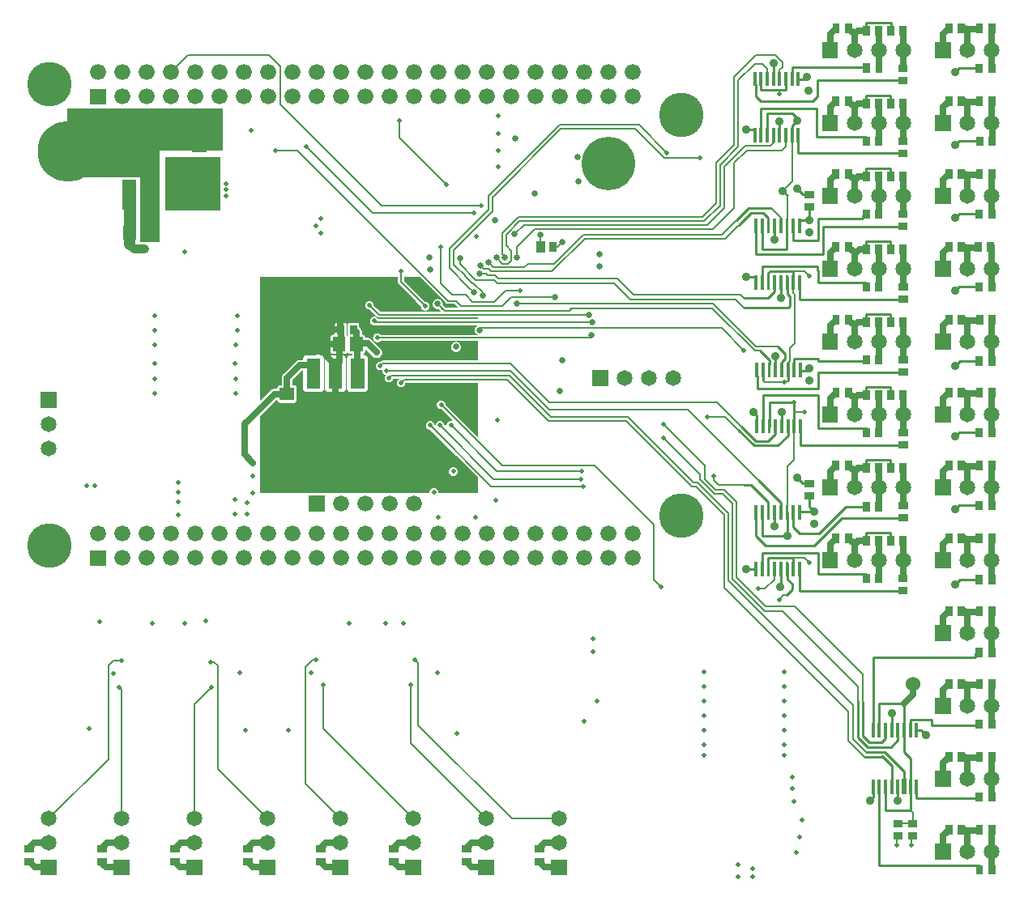
<source format=gbr>
G04 start of page 5 for group 3 idx 3 *
G04 Title: 971 BBB Cape, bottom *
G04 Creator: pcb 20110918 *
G04 CreationDate: Sun Jan 19 01:17:08 2014 UTC *
G04 For: brians *
G04 Format: Gerber/RS-274X *
G04 PCB-Dimensions: 500000 400000 *
G04 PCB-Coordinate-Origin: lower left *
%MOIN*%
%FSLAX25Y25*%
%LNBOTTOM*%
%ADD263C,0.0460*%
%ADD262C,0.2000*%
%ADD261C,0.1285*%
%ADD260C,0.0400*%
%ADD259C,0.0350*%
%ADD258C,0.0600*%
%ADD257C,0.0360*%
%ADD256C,0.0200*%
%ADD255R,0.0345X0.0345*%
%ADD254R,0.1220X0.1220*%
%ADD253R,0.0560X0.0560*%
%ADD252R,0.0512X0.0512*%
%ADD251R,0.0180X0.0180*%
%ADD250R,0.0295X0.0295*%
%ADD249R,0.0130X0.0130*%
%ADD248C,0.2500*%
%ADD247C,0.0660*%
%ADD246C,0.2200*%
%ADD245C,0.1830*%
%ADD244C,0.0650*%
%ADD243C,0.0480*%
%ADD242C,0.0380*%
%ADD241C,0.0500*%
%ADD240C,0.0250*%
%ADD239C,0.0080*%
%ADD238C,0.0100*%
%ADD237C,0.0001*%
G54D237*G36*
X122941Y305000D02*Y331500D01*
X92941D01*
Y360000D01*
X156941D01*
Y342500D01*
X130941D01*
Y305000D01*
X122941D01*
G37*
G36*
X133441Y318000D02*Y340000D01*
X155941D01*
Y318000D01*
X133441D01*
G37*
G36*
X218441Y217500D02*X177941D01*
Y238500D01*
X218441D01*
Y217500D01*
G37*
G36*
X207941Y215000D02*X212441D01*
Y210000D01*
X207941D01*
Y215000D01*
G37*
G36*
X201441Y240000D02*X205941D01*
Y235000D01*
X201441D01*
Y240000D01*
G37*
G36*
X191441Y239500D02*X195941D01*
Y234500D01*
X191441D01*
Y239500D01*
G37*
G36*
X174941Y230500D02*X179441D01*
Y225500D01*
X174941D01*
Y230500D01*
G37*
G36*
Y220000D02*X179441D01*
Y215000D01*
X174941D01*
Y220000D01*
G37*
G36*
X182941D02*X187441D01*
Y215000D01*
X182941D01*
Y220000D01*
G37*
G36*
X191441Y215000D02*X195941D01*
Y210000D01*
X191441D01*
Y215000D01*
G37*
G36*
X199941D02*X204441D01*
Y210000D01*
X199941D01*
Y215000D01*
G37*
G36*
X179441Y261000D02*X183941D01*
Y256000D01*
X179441D01*
Y261000D01*
G37*
G36*
X217941Y217500D02*X222441D01*
Y212500D01*
X217941D01*
Y217500D01*
G37*
G36*
X222441Y223000D02*X226941D01*
Y218000D01*
X222441D01*
Y223000D01*
G37*
G36*
X222941Y229000D02*X227441D01*
Y224000D01*
X222941D01*
Y229000D01*
G37*
G36*
X222441Y238000D02*X226941D01*
Y233000D01*
X222441D01*
Y238000D01*
G37*
G36*
X221941Y246500D02*X226441D01*
Y241500D01*
X221941D01*
Y246500D01*
G37*
G36*
X222441Y238000D02*X226941D01*
Y233000D01*
X222441D01*
Y238000D01*
G37*
G36*
X233941D02*X238441D01*
Y233000D01*
X233941D01*
Y238000D01*
G37*
G36*
X237001Y264297D02*X241501D01*
Y259297D01*
X237001D01*
Y264297D01*
G37*
G36*
X195941Y265000D02*X200441D01*
Y260000D01*
X195941D01*
Y265000D01*
G37*
G36*
Y272000D02*X200441D01*
Y267000D01*
X195941D01*
Y272000D01*
G37*
G36*
X202941Y279500D02*X207441D01*
Y274500D01*
X202941D01*
Y279500D01*
G37*
G36*
X210441Y240500D02*X214941D01*
Y235500D01*
X210441D01*
Y240500D01*
G37*
G36*
X253098Y217146D02*X261941Y208303D01*
Y201500D01*
X253098D01*
Y209121D01*
X253218Y209223D01*
X253402Y209439D01*
X253550Y209680D01*
X253658Y209942D01*
X253724Y210218D01*
X253741Y210500D01*
X253724Y210782D01*
X253658Y211058D01*
X253550Y211320D01*
X253402Y211561D01*
X253218Y211777D01*
X253098Y211879D01*
Y217146D01*
G37*
G36*
Y247050D02*X261941D01*
Y224806D01*
X253098Y233649D01*
Y247050D01*
G37*
G36*
Y264380D02*X261941D01*
Y256200D01*
X253098D01*
Y259780D01*
X253101Y259780D01*
X253423Y259805D01*
X253736Y259880D01*
X254035Y260004D01*
X254310Y260172D01*
X254555Y260382D01*
X254765Y260627D01*
X254933Y260902D01*
X255057Y261201D01*
X255132Y261514D01*
X255151Y261836D01*
X255132Y262158D01*
X255057Y262471D01*
X254933Y262770D01*
X254765Y263045D01*
X254555Y263290D01*
X254310Y263500D01*
X254035Y263668D01*
X253736Y263792D01*
X253423Y263867D01*
X253101Y263892D01*
X253098Y263892D01*
Y264380D01*
G37*
G36*
Y270771D02*X261941D01*
Y270656D01*
X261816Y270604D01*
X261541Y270436D01*
X261296Y270226D01*
X261086Y269981D01*
X260918Y269706D01*
X260794Y269407D01*
X260719Y269094D01*
X260694Y268772D01*
X260719Y268450D01*
X260794Y268137D01*
X260918Y267838D01*
X261086Y267563D01*
X261296Y267318D01*
X261541Y267108D01*
X261816Y266940D01*
X261941Y266888D01*
Y266780D01*
X253098D01*
Y270771D01*
G37*
G36*
Y273875D02*X261941D01*
Y273171D01*
X253098D01*
Y273875D01*
G37*
G36*
Y279016D02*X254239Y277875D01*
X253098D01*
Y279016D01*
G37*
G36*
X239299Y247050D02*X253098D01*
Y233649D01*
X248741Y238006D01*
X248724Y238282D01*
X248658Y238558D01*
X248550Y238820D01*
X248402Y239061D01*
X248218Y239277D01*
X248002Y239461D01*
X247761Y239609D01*
X247499Y239717D01*
X247223Y239783D01*
X246941Y239806D01*
X246659Y239783D01*
X246383Y239717D01*
X246121Y239609D01*
X245880Y239461D01*
X245664Y239277D01*
X245480Y239061D01*
X245332Y238820D01*
X245224Y238558D01*
X245158Y238282D01*
X245135Y238000D01*
X245158Y237718D01*
X245224Y237442D01*
X245332Y237180D01*
X245480Y236939D01*
X245664Y236723D01*
X245880Y236539D01*
X246121Y236391D01*
X246383Y236283D01*
X246659Y236217D01*
X246941Y236194D01*
X247143Y236210D01*
X251647Y231706D01*
X251224Y231283D01*
X251223Y231283D01*
X250941Y231306D01*
X250659Y231283D01*
X250383Y231217D01*
X250121Y231109D01*
X249880Y230961D01*
X249664Y230777D01*
X249480Y230561D01*
X249332Y230320D01*
X249224Y230058D01*
X249158Y229782D01*
X249135Y229500D01*
X248241D01*
X248224Y229782D01*
X248158Y230058D01*
X248050Y230320D01*
X247902Y230561D01*
X247718Y230777D01*
X247502Y230961D01*
X247261Y231109D01*
X246999Y231217D01*
X246723Y231283D01*
X246441Y231306D01*
X246159Y231283D01*
X245883Y231217D01*
X245621Y231109D01*
X245380Y230961D01*
X245164Y230777D01*
X244980Y230561D01*
X244832Y230320D01*
X244724Y230058D01*
X244658Y229782D01*
X244635Y229500D01*
X244241D01*
X244224Y229782D01*
X244158Y230058D01*
X244050Y230320D01*
X243902Y230561D01*
X243718Y230777D01*
X243502Y230961D01*
X243261Y231109D01*
X242999Y231217D01*
X242723Y231283D01*
X242441Y231306D01*
X242159Y231283D01*
X241883Y231217D01*
X241621Y231109D01*
X241380Y230961D01*
X241164Y230777D01*
X240980Y230561D01*
X240832Y230320D01*
X240724Y230058D01*
X240658Y229782D01*
X240635Y229500D01*
X240658Y229218D01*
X240724Y228942D01*
X240832Y228680D01*
X240980Y228439D01*
X241164Y228223D01*
X241380Y228039D01*
X241621Y227891D01*
X241883Y227783D01*
X242159Y227717D01*
X242441Y227694D01*
X242542Y227702D01*
X253098Y217146D01*
Y211879D01*
X253002Y211961D01*
X252761Y212109D01*
X252499Y212217D01*
X252223Y212283D01*
X251941Y212306D01*
X251659Y212283D01*
X251383Y212217D01*
X251121Y212109D01*
X250880Y211961D01*
X250664Y211777D01*
X250480Y211561D01*
X250332Y211320D01*
X250224Y211058D01*
X250158Y210782D01*
X250135Y210500D01*
X250158Y210218D01*
X250224Y209942D01*
X250332Y209680D01*
X250480Y209439D01*
X250664Y209223D01*
X250880Y209039D01*
X251121Y208891D01*
X251383Y208783D01*
X251659Y208717D01*
X251941Y208694D01*
X252223Y208717D01*
X252499Y208783D01*
X252761Y208891D01*
X253002Y209039D01*
X253098Y209121D01*
Y201500D01*
X245672D01*
X245724Y201718D01*
X245741Y202000D01*
X245724Y202282D01*
X245658Y202558D01*
X245550Y202820D01*
X245402Y203061D01*
X245218Y203277D01*
X245002Y203461D01*
X244761Y203609D01*
X244499Y203717D01*
X244223Y203783D01*
X243941Y203806D01*
X243659Y203783D01*
X243383Y203717D01*
X243121Y203609D01*
X242880Y203461D01*
X242664Y203277D01*
X242480Y203061D01*
X242332Y202820D01*
X242224Y202558D01*
X242158Y202282D01*
X242135Y202000D01*
X242158Y201718D01*
X242210Y201500D01*
X239299D01*
Y247050D01*
G37*
G36*
Y264380D02*X253098D01*
Y263892D01*
X252779Y263867D01*
X252466Y263792D01*
X252167Y263668D01*
X251892Y263500D01*
X251647Y263290D01*
X251437Y263045D01*
X251269Y262770D01*
X251145Y262471D01*
X251070Y262158D01*
X251045Y261836D01*
X251070Y261514D01*
X251145Y261201D01*
X251269Y260902D01*
X251437Y260627D01*
X251647Y260382D01*
X251892Y260172D01*
X252167Y260004D01*
X252466Y259880D01*
X252779Y259805D01*
X253098Y259780D01*
Y256200D01*
X239299D01*
Y260179D01*
X239302Y260179D01*
X239624Y260204D01*
X239937Y260279D01*
X240236Y260403D01*
X240511Y260571D01*
X240756Y260781D01*
X240966Y261026D01*
X241134Y261301D01*
X241258Y261600D01*
X241333Y261913D01*
X241352Y262235D01*
X241333Y262557D01*
X241258Y262870D01*
X241134Y263169D01*
X240966Y263444D01*
X240756Y263689D01*
X240511Y263899D01*
X240236Y264067D01*
X239937Y264191D01*
X239624Y264266D01*
X239302Y264291D01*
X239299Y264291D01*
Y264380D01*
G37*
G36*
Y270771D02*X253098D01*
Y266780D01*
X239299D01*
Y270771D01*
G37*
G36*
Y273875D02*X253098D01*
Y273171D01*
X239299D01*
Y273875D01*
G37*
G36*
Y277130D02*X239330Y277103D01*
X239571Y276955D01*
X239833Y276847D01*
X240109Y276781D01*
X240391Y276758D01*
X240673Y276781D01*
X240949Y276847D01*
X241211Y276955D01*
X241452Y277103D01*
X241668Y277287D01*
X241852Y277503D01*
X242000Y277744D01*
X242108Y278006D01*
X242174Y278282D01*
X242191Y278564D01*
X242174Y278846D01*
X242108Y279122D01*
X242000Y279384D01*
X241852Y279625D01*
X241668Y279841D01*
X241452Y280025D01*
X241211Y280173D01*
X240949Y280281D01*
X240673Y280347D01*
X240391Y280370D01*
X240290Y280362D01*
X239299Y281353D01*
Y289533D01*
X248871Y279961D01*
X248902Y279925D01*
X249045Y279802D01*
X249108Y279764D01*
X249207Y279703D01*
X249279Y279674D01*
X249381Y279631D01*
X249565Y279587D01*
X249565Y279587D01*
X249753Y279572D01*
X249800Y279576D01*
X250553D01*
X250554Y279576D01*
X250554Y279576D01*
X252538D01*
X253098Y279016D01*
Y277875D01*
X248887D01*
X247586Y279176D01*
X247588Y279186D01*
X247607Y279508D01*
X247588Y279830D01*
X247513Y280143D01*
X247389Y280442D01*
X247221Y280717D01*
X247011Y280962D01*
X246766Y281172D01*
X246491Y281340D01*
X246192Y281464D01*
X245879Y281539D01*
X245557Y281564D01*
X245235Y281539D01*
X244922Y281464D01*
X244623Y281340D01*
X244348Y281172D01*
X244103Y280962D01*
X243893Y280717D01*
X243725Y280442D01*
X243601Y280143D01*
X243526Y279830D01*
X243501Y279508D01*
X243526Y279186D01*
X243601Y278873D01*
X243725Y278574D01*
X243893Y278299D01*
X244103Y278054D01*
X244348Y277844D01*
X244623Y277676D01*
X244922Y277552D01*
X245235Y277477D01*
X245557Y277452D01*
X245879Y277477D01*
X245889Y277479D01*
X247093Y276275D01*
X239299D01*
Y277130D01*
G37*
G36*
Y281353D02*X231641Y289011D01*
Y290500D01*
X238332D01*
X239299Y289533D01*
Y281353D01*
G37*
G36*
X236438Y247050D02*X239299D01*
Y201500D01*
X236845D01*
X236474Y201589D01*
X236438Y201592D01*
Y233695D01*
X236441Y233694D01*
X236723Y233717D01*
X236999Y233783D01*
X237261Y233891D01*
X237502Y234039D01*
X237718Y234223D01*
X237902Y234439D01*
X238050Y234680D01*
X238158Y234942D01*
X238224Y235218D01*
X238241Y235500D01*
X238224Y235782D01*
X238158Y236058D01*
X238050Y236320D01*
X237902Y236561D01*
X237718Y236777D01*
X237502Y236961D01*
X237261Y237109D01*
X236999Y237217D01*
X236723Y237283D01*
X236441Y237306D01*
X236438Y237305D01*
Y247050D01*
G37*
G36*
Y264380D02*X239299D01*
Y264291D01*
X238980Y264266D01*
X238667Y264191D01*
X238368Y264067D01*
X238093Y263899D01*
X237848Y263689D01*
X237638Y263444D01*
X237470Y263169D01*
X237346Y262870D01*
X237271Y262557D01*
X237246Y262235D01*
X237271Y261913D01*
X237346Y261600D01*
X237470Y261301D01*
X237638Y261026D01*
X237848Y260781D01*
X238093Y260571D01*
X238368Y260403D01*
X238667Y260279D01*
X238980Y260204D01*
X239299Y260179D01*
Y256200D01*
X236438D01*
Y264380D01*
G37*
G36*
Y270771D02*X239299D01*
Y266780D01*
X236438D01*
Y270771D01*
G37*
G36*
Y273875D02*X239299D01*
Y273171D01*
X236438D01*
Y273875D01*
G37*
G36*
Y280820D02*X238593Y278665D01*
X238585Y278564D01*
X238608Y278282D01*
X238674Y278006D01*
X238782Y277744D01*
X238930Y277503D01*
X239114Y277287D01*
X239299Y277130D01*
Y276275D01*
X236438D01*
Y280820D01*
G37*
G36*
X224938Y247270D02*X225159Y247217D01*
X225441Y247194D01*
X225723Y247217D01*
X225999Y247283D01*
X226261Y247391D01*
X226502Y247539D01*
X226718Y247723D01*
X226902Y247939D01*
X227050Y248180D01*
X227158Y248442D01*
X227224Y248718D01*
X227229Y248800D01*
X230371D01*
X230159Y248783D01*
X229883Y248717D01*
X229621Y248609D01*
X229380Y248461D01*
X229164Y248277D01*
X228980Y248061D01*
X228832Y247820D01*
X228724Y247558D01*
X228658Y247282D01*
X228635Y247000D01*
X228658Y246718D01*
X228724Y246442D01*
X228832Y246180D01*
X228980Y245939D01*
X229164Y245723D01*
X229380Y245539D01*
X229621Y245391D01*
X229883Y245283D01*
X230159Y245217D01*
X230441Y245194D01*
X230723Y245217D01*
X230999Y245283D01*
X231261Y245391D01*
X231502Y245539D01*
X231718Y245723D01*
X231902Y245939D01*
X232050Y246180D01*
X232158Y246442D01*
X232224Y246718D01*
X232241Y247000D01*
X232238Y247050D01*
X236438D01*
Y237305D01*
X236159Y237283D01*
X235883Y237217D01*
X235621Y237109D01*
X235380Y236961D01*
X235164Y236777D01*
X234980Y236561D01*
X234832Y236320D01*
X234724Y236058D01*
X234658Y235782D01*
X234635Y235500D01*
X234658Y235218D01*
X234724Y234942D01*
X234832Y234680D01*
X234980Y234439D01*
X235164Y234223D01*
X235380Y234039D01*
X235621Y233891D01*
X235883Y233783D01*
X236159Y233717D01*
X236438Y233695D01*
Y201592D01*
X235799Y201642D01*
X235124Y201589D01*
X234753Y201500D01*
X226845D01*
X226474Y201589D01*
X225799Y201642D01*
X225124Y201589D01*
X224938Y201544D01*
Y218695D01*
X224941Y218694D01*
X225223Y218717D01*
X225499Y218783D01*
X225761Y218891D01*
X226002Y219039D01*
X226218Y219223D01*
X226402Y219439D01*
X226550Y219680D01*
X226658Y219942D01*
X226724Y220218D01*
X226741Y220500D01*
X226724Y220782D01*
X226658Y221058D01*
X226550Y221320D01*
X226402Y221561D01*
X226218Y221777D01*
X226002Y221961D01*
X225761Y222109D01*
X225499Y222217D01*
X225223Y222283D01*
X224941Y222306D01*
X224938Y222305D01*
Y224770D01*
X225159Y224717D01*
X225441Y224694D01*
X225723Y224717D01*
X225999Y224783D01*
X226261Y224891D01*
X226502Y225039D01*
X226718Y225223D01*
X226902Y225439D01*
X227050Y225680D01*
X227158Y225942D01*
X227224Y226218D01*
X227241Y226500D01*
X227224Y226782D01*
X227158Y227058D01*
X227050Y227320D01*
X226902Y227561D01*
X226718Y227777D01*
X226502Y227961D01*
X226261Y228109D01*
X225999Y228217D01*
X225723Y228283D01*
X225441Y228306D01*
X225159Y228283D01*
X224938Y228230D01*
Y233695D01*
X224941Y233694D01*
X225223Y233717D01*
X225499Y233783D01*
X225761Y233891D01*
X226002Y234039D01*
X226218Y234223D01*
X226402Y234439D01*
X226550Y234680D01*
X226658Y234942D01*
X226724Y235218D01*
X226741Y235500D01*
X226724Y235782D01*
X226658Y236058D01*
X226550Y236320D01*
X226402Y236561D01*
X226218Y236777D01*
X226002Y236961D01*
X225761Y237109D01*
X225499Y237217D01*
X225223Y237283D01*
X224941Y237306D01*
X224938Y237305D01*
Y242268D01*
X224999Y242283D01*
X225261Y242391D01*
X225502Y242539D01*
X225718Y242723D01*
X225902Y242939D01*
X226050Y243180D01*
X226158Y243442D01*
X226224Y243718D01*
X226241Y244000D01*
X226224Y244282D01*
X226158Y244558D01*
X226050Y244820D01*
X225902Y245061D01*
X225718Y245277D01*
X225502Y245461D01*
X225261Y245609D01*
X224999Y245717D01*
X224938Y245732D01*
Y247270D01*
G37*
G36*
X220438Y252921D02*X220607Y252723D01*
X220823Y252539D01*
X221064Y252391D01*
X221326Y252283D01*
X221602Y252217D01*
X221884Y252194D01*
X222166Y252217D01*
X222442Y252283D01*
X222682Y252382D01*
X222658Y252282D01*
X222635Y252000D01*
X222658Y251718D01*
X222724Y251442D01*
X222832Y251180D01*
X222980Y250939D01*
X223164Y250723D01*
X223380Y250539D01*
X223621Y250391D01*
X223883Y250283D01*
X224121Y250226D01*
X223980Y250061D01*
X223832Y249820D01*
X223724Y249558D01*
X223658Y249282D01*
X223635Y249000D01*
X223658Y248718D01*
X223724Y248442D01*
X223832Y248180D01*
X223980Y247939D01*
X224164Y247723D01*
X224380Y247539D01*
X224621Y247391D01*
X224883Y247283D01*
X224938Y247270D01*
Y245732D01*
X224723Y245783D01*
X224441Y245806D01*
X224159Y245783D01*
X223883Y245717D01*
X223621Y245609D01*
X223380Y245461D01*
X223164Y245277D01*
X222980Y245061D01*
X222832Y244820D01*
X222724Y244558D01*
X222658Y244282D01*
X222635Y244000D01*
X222658Y243718D01*
X222724Y243442D01*
X222832Y243180D01*
X222980Y242939D01*
X223164Y242723D01*
X223380Y242539D01*
X223621Y242391D01*
X223883Y242283D01*
X224159Y242217D01*
X224441Y242194D01*
X224723Y242217D01*
X224938Y242268D01*
Y237305D01*
X224659Y237283D01*
X224383Y237217D01*
X224121Y237109D01*
X223880Y236961D01*
X223664Y236777D01*
X223480Y236561D01*
X223332Y236320D01*
X223224Y236058D01*
X223158Y235782D01*
X223135Y235500D01*
X223158Y235218D01*
X223224Y234942D01*
X223332Y234680D01*
X223480Y234439D01*
X223664Y234223D01*
X223880Y234039D01*
X224121Y233891D01*
X224383Y233783D01*
X224659Y233717D01*
X224938Y233695D01*
Y228230D01*
X224883Y228217D01*
X224621Y228109D01*
X224380Y227961D01*
X224164Y227777D01*
X223980Y227561D01*
X223832Y227320D01*
X223724Y227058D01*
X223658Y226782D01*
X223635Y226500D01*
X223658Y226218D01*
X223724Y225942D01*
X223832Y225680D01*
X223980Y225439D01*
X224164Y225223D01*
X224380Y225039D01*
X224621Y224891D01*
X224883Y224783D01*
X224938Y224770D01*
Y222305D01*
X224659Y222283D01*
X224383Y222217D01*
X224121Y222109D01*
X223880Y221961D01*
X223664Y221777D01*
X223480Y221561D01*
X223332Y221320D01*
X223224Y221058D01*
X223158Y220782D01*
X223135Y220500D01*
X223158Y220218D01*
X223224Y219942D01*
X223332Y219680D01*
X223480Y219439D01*
X223664Y219223D01*
X223880Y219039D01*
X224121Y218891D01*
X224383Y218783D01*
X224659Y218717D01*
X224938Y218695D01*
Y201544D01*
X224753Y201500D01*
X220438D01*
Y213195D01*
X220441Y213194D01*
X220723Y213217D01*
X220999Y213283D01*
X221261Y213391D01*
X221502Y213539D01*
X221718Y213723D01*
X221902Y213939D01*
X222050Y214180D01*
X222158Y214442D01*
X222224Y214718D01*
X222241Y215000D01*
X222224Y215282D01*
X222158Y215558D01*
X222050Y215820D01*
X221902Y216061D01*
X221718Y216277D01*
X221502Y216461D01*
X221261Y216609D01*
X220999Y216717D01*
X220723Y216783D01*
X220441Y216806D01*
X220438Y216805D01*
Y252921D01*
G37*
G36*
Y263799D02*X220447Y263797D01*
X220729Y263774D01*
X221011Y263797D01*
X221287Y263863D01*
X221549Y263971D01*
X221790Y264119D01*
X222006Y264303D01*
X222071Y264380D01*
X236438D01*
Y256200D01*
X222931D01*
X222884Y256204D01*
X222696Y256189D01*
X222512Y256145D01*
X222338Y256073D01*
X222176Y255974D01*
X222176Y255974D01*
X222033Y255851D01*
X222002Y255815D01*
X221985Y255798D01*
X221884Y255806D01*
X221602Y255783D01*
X221326Y255717D01*
X221064Y255609D01*
X220823Y255461D01*
X220607Y255277D01*
X220438Y255079D01*
Y257243D01*
X220441Y257243D01*
X220794Y257271D01*
X221138Y257354D01*
X221466Y257489D01*
X221768Y257674D01*
X222037Y257904D01*
X222267Y258173D01*
X222452Y258475D01*
X222587Y258803D01*
X222670Y259147D01*
X222698Y259500D01*
X222670Y259853D01*
X222587Y260197D01*
X222452Y260525D01*
X222267Y260827D01*
X222032Y261091D01*
X220438Y262685D01*
Y263799D01*
G37*
G36*
Y270771D02*X223941D01*
X223941Y270771D01*
X236438D01*
Y266780D01*
X222071D01*
X222006Y266857D01*
X221790Y267041D01*
X221549Y267189D01*
X221287Y267297D01*
X221011Y267363D01*
X220729Y267386D01*
X220447Y267363D01*
X220438Y267361D01*
Y270771D01*
G37*
G36*
Y274426D02*X220617Y274252D01*
X220642Y274224D01*
X220785Y274101D01*
X220795Y274096D01*
X220801Y274090D01*
X220874Y274047D01*
X220947Y274002D01*
X220955Y273999D01*
X220964Y273994D01*
X221043Y273963D01*
X221121Y273930D01*
X221130Y273928D01*
X221139Y273924D01*
X221222Y273906D01*
X221305Y273886D01*
X221313Y273886D01*
X221324Y273883D01*
X221512Y273871D01*
X221550Y273875D01*
X236438D01*
Y273171D01*
X223941D01*
X223941Y273171D01*
X221111D01*
X221050Y273320D01*
X220902Y273561D01*
X220718Y273777D01*
X220502Y273961D01*
X220438Y274000D01*
Y274426D01*
G37*
G36*
Y290500D02*X229241D01*
Y288561D01*
X229237Y288514D01*
X229252Y288326D01*
X229296Y288142D01*
X229368Y287968D01*
X229467Y287806D01*
X229467Y287806D01*
X229590Y287663D01*
X229626Y287632D01*
X236438Y280820D01*
Y276275D01*
X221979D01*
X220438Y277767D01*
Y290500D01*
G37*
G36*
Y255079D02*X220423Y255061D01*
X220275Y254820D01*
X220167Y254558D01*
X220101Y254282D01*
X220078Y254000D01*
X220101Y253718D01*
X220167Y253442D01*
X220275Y253180D01*
X220423Y252939D01*
X220438Y252921D01*
Y216805D01*
X220159Y216783D01*
X219883Y216717D01*
X219621Y216609D01*
X219380Y216461D01*
X219164Y216277D01*
X218980Y216061D01*
X218832Y215820D01*
X218724Y215558D01*
X218658Y215282D01*
X218635Y215000D01*
X218658Y214718D01*
X218724Y214442D01*
X218832Y214180D01*
X218980Y213939D01*
X219164Y213723D01*
X219380Y213539D01*
X219621Y213391D01*
X219883Y213283D01*
X220159Y213217D01*
X220438Y213195D01*
Y201500D01*
X216845D01*
X216474Y201589D01*
X215799Y201642D01*
X215124Y201589D01*
X214753Y201500D01*
X212938D01*
Y218913D01*
X214276Y218914D01*
X214506Y218969D01*
X214724Y219059D01*
X214925Y219183D01*
X215105Y219336D01*
X215258Y219516D01*
X215382Y219717D01*
X215472Y219935D01*
X215527Y220165D01*
X215541Y220400D01*
X215527Y232835D01*
X215472Y233065D01*
X215382Y233283D01*
X215258Y233484D01*
X215105Y233664D01*
X214925Y233817D01*
X214724Y233941D01*
X214506Y234031D01*
X214276Y234086D01*
X214041Y234100D01*
X212938Y234099D01*
Y236195D01*
X212941Y236194D01*
X213223Y236217D01*
X213499Y236283D01*
X213761Y236391D01*
X214002Y236539D01*
X214218Y236723D01*
X214402Y236939D01*
X214550Y237180D01*
X214658Y237442D01*
X214724Y237718D01*
X214741Y238000D01*
X214724Y238282D01*
X214658Y238558D01*
X214550Y238820D01*
X214402Y239061D01*
X214218Y239277D01*
X214002Y239461D01*
X213761Y239609D01*
X213499Y239717D01*
X213223Y239783D01*
X212941Y239806D01*
X212938Y239805D01*
Y243308D01*
X215576Y243314D01*
X215806Y243369D01*
X216024Y243459D01*
X216225Y243583D01*
X216405Y243736D01*
X216558Y243916D01*
X216682Y244117D01*
X216772Y244335D01*
X216827Y244565D01*
X216841Y244800D01*
X216827Y257235D01*
X216772Y257465D01*
X216682Y257683D01*
X216558Y257884D01*
X216405Y258064D01*
X216225Y258217D01*
X216024Y258341D01*
X215806Y258431D01*
X215576Y258486D01*
X215341Y258500D01*
X214791Y258499D01*
Y258957D01*
X214800Y258957D01*
X214953Y258994D01*
X215098Y259054D01*
X215233Y259136D01*
X215352Y259239D01*
X215455Y259358D01*
X215537Y259493D01*
X215597Y259638D01*
X215634Y259791D01*
X215643Y259948D01*
X215641Y261043D01*
X215716D01*
X218850Y257909D01*
X219114Y257674D01*
X219416Y257489D01*
X219744Y257354D01*
X220088Y257271D01*
X220438Y257243D01*
Y255079D01*
G37*
G36*
X212938Y234099D02*X210438Y234098D01*
Y243302D01*
X212938Y243308D01*
Y239805D01*
X212659Y239783D01*
X212383Y239717D01*
X212121Y239609D01*
X211880Y239461D01*
X211664Y239277D01*
X211480Y239061D01*
X211332Y238820D01*
X211224Y238558D01*
X211158Y238282D01*
X211135Y238000D01*
X211158Y237718D01*
X211224Y237442D01*
X211332Y237180D01*
X211480Y236939D01*
X211664Y236723D01*
X211880Y236539D01*
X212121Y236391D01*
X212383Y236283D01*
X212659Y236217D01*
X212938Y236195D01*
Y234099D01*
G37*
G36*
Y201500D02*X210438D01*
Y210695D01*
X210441Y210694D01*
X210723Y210717D01*
X210999Y210783D01*
X211261Y210891D01*
X211502Y211039D01*
X211718Y211223D01*
X211902Y211439D01*
X212050Y211680D01*
X212158Y211942D01*
X212224Y212218D01*
X212241Y212500D01*
X212224Y212782D01*
X212158Y213058D01*
X212050Y213320D01*
X211902Y213561D01*
X211718Y213777D01*
X211502Y213961D01*
X211261Y214109D01*
X210999Y214217D01*
X210723Y214283D01*
X210441Y214306D01*
X210438Y214305D01*
Y218911D01*
X212938Y218913D01*
Y201500D01*
G37*
G36*
X210438Y290500D02*X220438D01*
Y277767D01*
X219237Y278931D01*
X219241Y279000D01*
X219224Y279282D01*
X219158Y279558D01*
X219050Y279820D01*
X218902Y280061D01*
X218718Y280277D01*
X218502Y280461D01*
X218261Y280609D01*
X217999Y280717D01*
X217723Y280783D01*
X217441Y280806D01*
X217159Y280783D01*
X216883Y280717D01*
X216621Y280609D01*
X216380Y280461D01*
X216164Y280277D01*
X215980Y280061D01*
X215832Y279820D01*
X215724Y279558D01*
X215658Y279282D01*
X215635Y279000D01*
X215658Y278718D01*
X215724Y278442D01*
X215832Y278180D01*
X215980Y277939D01*
X216164Y277723D01*
X216380Y277539D01*
X216621Y277391D01*
X216883Y277283D01*
X217159Y277217D01*
X217441Y277194D01*
X217570Y277205D01*
X220438Y274426D01*
Y274000D01*
X220261Y274109D01*
X219999Y274217D01*
X219723Y274283D01*
X219441Y274306D01*
X219159Y274283D01*
X218883Y274217D01*
X218621Y274109D01*
X218380Y273961D01*
X218164Y273777D01*
X217980Y273561D01*
X217832Y273320D01*
X217724Y273058D01*
X217658Y272782D01*
X217635Y272500D01*
X217658Y272218D01*
X217724Y271942D01*
X217832Y271680D01*
X217980Y271439D01*
X218164Y271223D01*
X218380Y271039D01*
X218621Y270891D01*
X218883Y270783D01*
X219159Y270717D01*
X219441Y270694D01*
X219723Y270717D01*
X219943Y270769D01*
X219970Y270767D01*
X220017Y270771D01*
X220438D01*
Y267361D01*
X220171Y267297D01*
X219909Y267189D01*
X219668Y267041D01*
X219452Y266857D01*
X219268Y266641D01*
X219120Y266400D01*
X219012Y266138D01*
X218946Y265862D01*
X218923Y265580D01*
X218946Y265298D01*
X219012Y265022D01*
X219120Y264760D01*
X219268Y264519D01*
X219452Y264303D01*
X219668Y264119D01*
X219909Y263971D01*
X220171Y263863D01*
X220438Y263799D01*
Y262685D01*
X218301Y264822D01*
X218244Y264889D01*
X217975Y265119D01*
X217975Y265119D01*
X217860Y265189D01*
X217673Y265304D01*
X217441Y265400D01*
X217345Y265439D01*
X217001Y265522D01*
X216648Y265550D01*
X216560Y265543D01*
X215634D01*
X215634Y266009D01*
X215597Y266162D01*
X215537Y266307D01*
X215455Y266442D01*
X215352Y266561D01*
X215233Y266664D01*
X215098Y266746D01*
X214953Y266806D01*
X214800Y266843D01*
X214643Y266852D01*
X214334Y266851D01*
Y267948D01*
X214341Y268036D01*
X214313Y268389D01*
X214313Y268389D01*
X214230Y268733D01*
X214095Y269061D01*
X213910Y269363D01*
X213680Y269632D01*
X213613Y269689D01*
X213268Y270034D01*
X213266Y270954D01*
X213229Y271107D01*
X213169Y271252D01*
X213087Y271387D01*
X212984Y271506D01*
X212865Y271609D01*
X212730Y271691D01*
X212585Y271751D01*
X212432Y271788D01*
X212275Y271797D01*
X210438Y271792D01*
Y290500D01*
G37*
G36*
Y234098D02*X203441Y234093D01*
Y235769D01*
X203659Y235717D01*
X203941Y235694D01*
X204223Y235717D01*
X204499Y235783D01*
X204761Y235891D01*
X205002Y236039D01*
X205218Y236223D01*
X205402Y236439D01*
X205550Y236680D01*
X205658Y236942D01*
X205724Y237218D01*
X205741Y237500D01*
X205724Y237782D01*
X205658Y238058D01*
X205550Y238320D01*
X205402Y238561D01*
X205218Y238777D01*
X205002Y238961D01*
X204761Y239109D01*
X204499Y239217D01*
X204223Y239283D01*
X203941Y239306D01*
X203659Y239283D01*
X203441Y239231D01*
Y243307D01*
X206476Y243314D01*
X206706Y243369D01*
X206924Y243459D01*
X207125Y243583D01*
X207305Y243736D01*
X207458Y243916D01*
X207582Y244117D01*
X207672Y244335D01*
X207727Y244565D01*
X207741Y244800D01*
X207727Y257235D01*
X207672Y257465D01*
X207582Y257683D01*
X207458Y257884D01*
X207305Y258064D01*
X207125Y258217D01*
X206924Y258341D01*
X206706Y258431D01*
X206476Y258486D01*
X206241Y258500D01*
X203441Y258493D01*
Y258950D01*
X207714Y258957D01*
X207867Y258994D01*
X208012Y259054D01*
X208147Y259136D01*
X208266Y259239D01*
X208369Y259358D01*
X208451Y259493D01*
X208511Y259638D01*
X208541Y259763D01*
X208571Y259638D01*
X208631Y259493D01*
X208713Y259358D01*
X208816Y259239D01*
X208935Y259136D01*
X209070Y259054D01*
X209215Y258994D01*
X209368Y258957D01*
X209525Y258948D01*
X210291Y258949D01*
Y258488D01*
X209506Y258486D01*
X209276Y258431D01*
X209058Y258341D01*
X208857Y258217D01*
X208677Y258064D01*
X208524Y257884D01*
X208400Y257683D01*
X208310Y257465D01*
X208255Y257235D01*
X208241Y257000D01*
X208255Y244565D01*
X208310Y244335D01*
X208400Y244117D01*
X208524Y243916D01*
X208677Y243736D01*
X208857Y243583D01*
X209058Y243459D01*
X209276Y243369D01*
X209506Y243314D01*
X209741Y243300D01*
X210438Y243302D01*
Y234098D01*
G37*
G36*
Y201500D02*X206845D01*
X206474Y201589D01*
X205799Y201642D01*
X205124Y201589D01*
X204753Y201500D01*
X203441D01*
Y211002D01*
X203502Y211039D01*
X203718Y211223D01*
X203902Y211439D01*
X204050Y211680D01*
X204158Y211942D01*
X204224Y212218D01*
X204241Y212500D01*
X204224Y212782D01*
X204158Y213058D01*
X204050Y213320D01*
X203902Y213561D01*
X203718Y213777D01*
X203502Y213961D01*
X203441Y213998D01*
Y218907D01*
X210438Y218911D01*
Y214305D01*
X210159Y214283D01*
X209883Y214217D01*
X209621Y214109D01*
X209380Y213961D01*
X209164Y213777D01*
X208980Y213561D01*
X208832Y213320D01*
X208724Y213058D01*
X208658Y212782D01*
X208635Y212500D01*
X208658Y212218D01*
X208724Y211942D01*
X208832Y211680D01*
X208980Y211439D01*
X209164Y211223D01*
X209380Y211039D01*
X209621Y210891D01*
X209883Y210783D01*
X210159Y210717D01*
X210438Y210695D01*
Y201500D01*
G37*
G36*
X205438Y290500D02*X210438D01*
Y271792D01*
X209166Y271788D01*
X209013Y271751D01*
X208868Y271691D01*
X208733Y271609D01*
X208614Y271506D01*
X208511Y271387D01*
X208429Y271252D01*
X208369Y271107D01*
X208332Y270954D01*
X208323Y270797D01*
X208332Y266704D01*
X208369Y266551D01*
X208429Y266406D01*
X208511Y266271D01*
X208582Y266189D01*
X208571Y266162D01*
X208541Y266037D01*
X208511Y266162D01*
X208451Y266307D01*
X208369Y266442D01*
X208266Y266561D01*
X208147Y266664D01*
X208139Y266668D01*
X208148Y266704D01*
X208157Y266861D01*
X208148Y270954D01*
X208111Y271107D01*
X208051Y271252D01*
X207969Y271387D01*
X207866Y271506D01*
X207747Y271609D01*
X207612Y271691D01*
X207467Y271751D01*
X207314Y271788D01*
X207157Y271797D01*
X205438Y271792D01*
Y275195D01*
X205441Y275194D01*
X205723Y275217D01*
X205999Y275283D01*
X206261Y275391D01*
X206502Y275539D01*
X206718Y275723D01*
X206902Y275939D01*
X207050Y276180D01*
X207158Y276442D01*
X207224Y276718D01*
X207241Y277000D01*
X207224Y277282D01*
X207158Y277558D01*
X207050Y277820D01*
X206902Y278061D01*
X206718Y278277D01*
X206502Y278461D01*
X206261Y278609D01*
X205999Y278717D01*
X205723Y278783D01*
X205441Y278806D01*
X205438Y278805D01*
Y290500D01*
G37*
G36*
X203441D02*X205438D01*
Y278805D01*
X205159Y278783D01*
X204883Y278717D01*
X204621Y278609D01*
X204380Y278461D01*
X204164Y278277D01*
X203980Y278061D01*
X203832Y277820D01*
X203724Y277558D01*
X203658Y277282D01*
X203635Y277000D01*
X203658Y276718D01*
X203724Y276442D01*
X203832Y276180D01*
X203980Y275939D01*
X204164Y275723D01*
X204380Y275539D01*
X204621Y275391D01*
X204883Y275283D01*
X205159Y275217D01*
X205438Y275195D01*
Y271792D01*
X204048Y271788D01*
X203895Y271751D01*
X203750Y271691D01*
X203615Y271609D01*
X203496Y271506D01*
X203441Y271442D01*
Y290500D01*
G37*
G36*
X193938Y218901D02*X203441Y218907D01*
Y213998D01*
X203261Y214109D01*
X202999Y214217D01*
X202723Y214283D01*
X202441Y214306D01*
X202159Y214283D01*
X201883Y214217D01*
X201621Y214109D01*
X201380Y213961D01*
X201164Y213777D01*
X200980Y213561D01*
X200832Y213320D01*
X200724Y213058D01*
X200658Y212782D01*
X200635Y212500D01*
X200658Y212218D01*
X200724Y211942D01*
X200832Y211680D01*
X200980Y211439D01*
X201164Y211223D01*
X201380Y211039D01*
X201621Y210891D01*
X201883Y210783D01*
X202159Y210717D01*
X202441Y210694D01*
X202723Y210717D01*
X202999Y210783D01*
X203261Y210891D01*
X203441Y211002D01*
Y201500D01*
X199592D01*
X199554Y201523D01*
X199409Y201583D01*
X199256Y201620D01*
X199099Y201629D01*
X193938Y201622D01*
Y210695D01*
X193941Y210694D01*
X194223Y210717D01*
X194499Y210783D01*
X194761Y210891D01*
X195002Y211039D01*
X195218Y211223D01*
X195402Y211439D01*
X195550Y211680D01*
X195658Y211942D01*
X195724Y212218D01*
X195741Y212500D01*
X195724Y212782D01*
X195658Y213058D01*
X195550Y213320D01*
X195402Y213561D01*
X195218Y213777D01*
X195002Y213961D01*
X194761Y214109D01*
X194499Y214217D01*
X194223Y214283D01*
X193941Y214306D01*
X193938Y214305D01*
Y218901D01*
G37*
G36*
X198438Y243892D02*X198458Y243916D01*
X198582Y244117D01*
X198672Y244335D01*
X198727Y244565D01*
X198741Y244800D01*
X198727Y257235D01*
X198672Y257465D01*
X198582Y257683D01*
X198458Y257884D01*
X198438Y257908D01*
Y260695D01*
X198441Y260694D01*
X198723Y260717D01*
X198999Y260783D01*
X199261Y260891D01*
X199502Y261039D01*
X199718Y261223D01*
X199902Y261439D01*
X200050Y261680D01*
X200158Y261942D01*
X200224Y262218D01*
X200241Y262500D01*
X200224Y262782D01*
X200158Y263058D01*
X200050Y263320D01*
X199902Y263561D01*
X199718Y263777D01*
X199502Y263961D01*
X199261Y264109D01*
X198999Y264217D01*
X198723Y264283D01*
X198441Y264306D01*
X198438Y264305D01*
Y267695D01*
X198441Y267694D01*
X198723Y267717D01*
X198999Y267783D01*
X199261Y267891D01*
X199502Y268039D01*
X199718Y268223D01*
X199902Y268439D01*
X200050Y268680D01*
X200158Y268942D01*
X200224Y269218D01*
X200241Y269500D01*
X200224Y269782D01*
X200158Y270058D01*
X200050Y270320D01*
X199902Y270561D01*
X199718Y270777D01*
X199502Y270961D01*
X199261Y271109D01*
X198999Y271217D01*
X198723Y271283D01*
X198441Y271306D01*
X198438Y271305D01*
Y290500D01*
X203441D01*
Y271442D01*
X203393Y271387D01*
X203311Y271252D01*
X203251Y271107D01*
X203214Y270954D01*
X203205Y270797D01*
X203214Y266844D01*
X202282Y266843D01*
X202129Y266806D01*
X201984Y266746D01*
X201849Y266664D01*
X201730Y266561D01*
X201627Y266442D01*
X201545Y266307D01*
X201485Y266162D01*
X201448Y266009D01*
X201439Y265852D01*
X201448Y259791D01*
X201485Y259638D01*
X201545Y259493D01*
X201627Y259358D01*
X201730Y259239D01*
X201849Y259136D01*
X201984Y259054D01*
X202129Y258994D01*
X202282Y258957D01*
X202439Y258948D01*
X203441Y258950D01*
Y258493D01*
X200406Y258486D01*
X200176Y258431D01*
X199958Y258341D01*
X199757Y258217D01*
X199577Y258064D01*
X199424Y257884D01*
X199300Y257683D01*
X199210Y257465D01*
X199155Y257235D01*
X199141Y257000D01*
X199155Y244565D01*
X199210Y244335D01*
X199300Y244117D01*
X199424Y243916D01*
X199577Y243736D01*
X199757Y243583D01*
X199958Y243459D01*
X200176Y243369D01*
X200406Y243314D01*
X200641Y243300D01*
X203441Y243307D01*
Y239231D01*
X203383Y239217D01*
X203121Y239109D01*
X202880Y238961D01*
X202664Y238777D01*
X202480Y238561D01*
X202332Y238320D01*
X202224Y238058D01*
X202158Y237782D01*
X202135Y237500D01*
X202158Y237218D01*
X202224Y236942D01*
X202332Y236680D01*
X202480Y236439D01*
X202664Y236223D01*
X202880Y236039D01*
X203121Y235891D01*
X203383Y235783D01*
X203441Y235769D01*
Y234093D01*
X198438Y234090D01*
Y243892D01*
G37*
G36*
Y257908D02*X198305Y258064D01*
X198125Y258217D01*
X197924Y258341D01*
X197706Y258431D01*
X197476Y258486D01*
X197241Y258500D01*
X193938Y258492D01*
Y290500D01*
X198438D01*
Y271305D01*
X198159Y271283D01*
X197883Y271217D01*
X197621Y271109D01*
X197380Y270961D01*
X197164Y270777D01*
X196980Y270561D01*
X196832Y270320D01*
X196724Y270058D01*
X196658Y269782D01*
X196635Y269500D01*
X196658Y269218D01*
X196724Y268942D01*
X196832Y268680D01*
X196980Y268439D01*
X197164Y268223D01*
X197380Y268039D01*
X197621Y267891D01*
X197883Y267783D01*
X198159Y267717D01*
X198438Y267695D01*
Y264305D01*
X198159Y264283D01*
X197883Y264217D01*
X197621Y264109D01*
X197380Y263961D01*
X197164Y263777D01*
X196980Y263561D01*
X196832Y263320D01*
X196724Y263058D01*
X196658Y262782D01*
X196635Y262500D01*
X196658Y262218D01*
X196724Y261942D01*
X196832Y261680D01*
X196980Y261439D01*
X197164Y261223D01*
X197380Y261039D01*
X197621Y260891D01*
X197883Y260783D01*
X198159Y260717D01*
X198438Y260695D01*
Y257908D01*
G37*
G36*
X193938Y243305D02*X197476Y243314D01*
X197706Y243369D01*
X197924Y243459D01*
X198125Y243583D01*
X198305Y243736D01*
X198438Y243892D01*
Y234090D01*
X193938Y234087D01*
Y235195D01*
X193941Y235194D01*
X194223Y235217D01*
X194499Y235283D01*
X194761Y235391D01*
X195002Y235539D01*
X195218Y235723D01*
X195402Y235939D01*
X195550Y236180D01*
X195658Y236442D01*
X195724Y236718D01*
X195741Y237000D01*
X195724Y237282D01*
X195658Y237558D01*
X195550Y237820D01*
X195402Y238061D01*
X195218Y238277D01*
X195002Y238461D01*
X194761Y238609D01*
X194499Y238717D01*
X194223Y238783D01*
X193941Y238806D01*
X193938Y238805D01*
Y243305D01*
G37*
G36*
Y258492D02*X191406Y258486D01*
X191176Y258431D01*
X190958Y258341D01*
X190757Y258217D01*
X190577Y258064D01*
X190424Y257884D01*
X190300Y257683D01*
X190210Y257465D01*
X190155Y257235D01*
X190141Y257000D01*
X190142Y256450D01*
X188729D01*
X188641Y256457D01*
X188288Y256429D01*
X187944Y256346D01*
X187616Y256211D01*
X187314Y256026D01*
X187314Y256026D01*
X187045Y255796D01*
X186988Y255729D01*
X182012Y250753D01*
X181945Y250696D01*
X181938Y250688D01*
Y256695D01*
X181941Y256694D01*
X182223Y256717D01*
X182499Y256783D01*
X182761Y256891D01*
X183002Y257039D01*
X183218Y257223D01*
X183402Y257439D01*
X183550Y257680D01*
X183658Y257942D01*
X183724Y258218D01*
X183741Y258500D01*
X183724Y258782D01*
X183658Y259058D01*
X183550Y259320D01*
X183402Y259561D01*
X183218Y259777D01*
X183002Y259961D01*
X182761Y260109D01*
X182499Y260217D01*
X182223Y260283D01*
X181941Y260306D01*
X181938Y260305D01*
Y290500D01*
X193938D01*
Y258492D01*
G37*
G36*
X181938Y250688D02*X181715Y250427D01*
X181530Y250125D01*
X181395Y249797D01*
X181312Y249453D01*
X181312Y249453D01*
X181284Y249100D01*
X181291Y249012D01*
Y245994D01*
X180432Y245993D01*
X180279Y245956D01*
X180134Y245896D01*
X179999Y245814D01*
X179880Y245711D01*
X179777Y245592D01*
X179695Y245457D01*
X179635Y245312D01*
X179598Y245159D01*
X179589Y245002D01*
X179590Y244693D01*
X178472D01*
X178384Y244700D01*
X178031Y244672D01*
X177687Y244589D01*
X177359Y244454D01*
X177057Y244269D01*
X177057Y244269D01*
X176788Y244039D01*
X176731Y243972D01*
X172441Y239682D01*
Y290500D01*
X181938D01*
Y260305D01*
X181659Y260283D01*
X181383Y260217D01*
X181121Y260109D01*
X180880Y259961D01*
X180664Y259777D01*
X180480Y259561D01*
X180332Y259320D01*
X180224Y259058D01*
X180158Y258782D01*
X180135Y258500D01*
X180158Y258218D01*
X180224Y257942D01*
X180332Y257680D01*
X180480Y257439D01*
X180664Y257223D01*
X180880Y257039D01*
X181121Y256891D01*
X181383Y256783D01*
X181659Y256717D01*
X181938Y256695D01*
Y250688D01*
G37*
G36*
X185438Y231805D02*X186650Y231807D01*
X186803Y231844D01*
X186948Y231904D01*
X187083Y231986D01*
X187202Y232089D01*
X187305Y232208D01*
X187387Y232343D01*
X187447Y232488D01*
X187484Y232641D01*
X187493Y232798D01*
X187484Y238073D01*
X187447Y238226D01*
X187387Y238371D01*
X187305Y238506D01*
X187202Y238625D01*
X187083Y238728D01*
X186948Y238810D01*
X186803Y238870D01*
X186678Y238900D01*
X186803Y238930D01*
X186948Y238990D01*
X187083Y239072D01*
X187202Y239175D01*
X187305Y239294D01*
X187387Y239429D01*
X187447Y239574D01*
X187484Y239727D01*
X187493Y239884D01*
X187484Y245159D01*
X187447Y245312D01*
X187387Y245457D01*
X187305Y245592D01*
X187202Y245711D01*
X187083Y245814D01*
X186948Y245896D01*
X186803Y245956D01*
X186650Y245993D01*
X186493Y246002D01*
X185791Y246001D01*
Y248168D01*
X189573Y251950D01*
X190147D01*
X190155Y244565D01*
X190210Y244335D01*
X190300Y244117D01*
X190424Y243916D01*
X190577Y243736D01*
X190757Y243583D01*
X190958Y243459D01*
X191176Y243369D01*
X191406Y243314D01*
X191641Y243300D01*
X193938Y243305D01*
Y238805D01*
X193659Y238783D01*
X193383Y238717D01*
X193121Y238609D01*
X192880Y238461D01*
X192664Y238277D01*
X192480Y238061D01*
X192332Y237820D01*
X192224Y237558D01*
X192158Y237282D01*
X192135Y237000D01*
X192158Y236718D01*
X192224Y236442D01*
X192332Y236180D01*
X192480Y235939D01*
X192664Y235723D01*
X192880Y235539D01*
X193121Y235391D01*
X193383Y235283D01*
X193659Y235217D01*
X193938Y235195D01*
Y234087D01*
X192606Y234086D01*
X192376Y234031D01*
X192158Y233941D01*
X191957Y233817D01*
X191777Y233664D01*
X191624Y233484D01*
X191500Y233283D01*
X191410Y233065D01*
X191355Y232835D01*
X191341Y232600D01*
X191355Y220165D01*
X191410Y219935D01*
X191500Y219717D01*
X191624Y219516D01*
X191777Y219336D01*
X191957Y219183D01*
X192158Y219059D01*
X192376Y218969D01*
X192606Y218914D01*
X192841Y218900D01*
X193938Y218901D01*
Y214305D01*
X193659Y214283D01*
X193383Y214217D01*
X193121Y214109D01*
X192880Y213961D01*
X192664Y213777D01*
X192480Y213561D01*
X192332Y213320D01*
X192224Y213058D01*
X192158Y212782D01*
X192135Y212500D01*
X192158Y212218D01*
X192224Y211942D01*
X192332Y211680D01*
X192480Y211439D01*
X192664Y211223D01*
X192880Y211039D01*
X193121Y210891D01*
X193383Y210783D01*
X193659Y210717D01*
X193938Y210695D01*
Y201622D01*
X192342Y201620D01*
X192189Y201583D01*
X192044Y201523D01*
X192006Y201500D01*
X185438D01*
Y215695D01*
X185441Y215694D01*
X185723Y215717D01*
X185999Y215783D01*
X186261Y215891D01*
X186502Y216039D01*
X186718Y216223D01*
X186902Y216439D01*
X187050Y216680D01*
X187158Y216942D01*
X187224Y217218D01*
X187241Y217500D01*
X187224Y217782D01*
X187158Y218058D01*
X187050Y218320D01*
X186902Y218561D01*
X186718Y218777D01*
X186502Y218961D01*
X186261Y219109D01*
X185999Y219217D01*
X185723Y219283D01*
X185441Y219306D01*
X185438Y219305D01*
Y226195D01*
X185441Y226194D01*
X185723Y226217D01*
X185999Y226283D01*
X186261Y226391D01*
X186502Y226539D01*
X186718Y226723D01*
X186902Y226939D01*
X187050Y227180D01*
X187158Y227442D01*
X187224Y227718D01*
X187241Y228000D01*
X187224Y228282D01*
X187158Y228558D01*
X187050Y228820D01*
X186902Y229061D01*
X186718Y229277D01*
X186502Y229461D01*
X186261Y229609D01*
X185999Y229717D01*
X185723Y229783D01*
X185441Y229806D01*
X185438Y229805D01*
Y231805D01*
G37*
G36*
X179589Y237916D02*X179598Y232641D01*
X179635Y232488D01*
X179695Y232343D01*
X179777Y232208D01*
X179880Y232089D01*
X179999Y231986D01*
X180134Y231904D01*
X180279Y231844D01*
X180432Y231807D01*
X180589Y231798D01*
X185438Y231805D01*
Y229805D01*
X185159Y229783D01*
X184883Y229717D01*
X184621Y229609D01*
X184380Y229461D01*
X184164Y229277D01*
X183980Y229061D01*
X183832Y228820D01*
X183724Y228558D01*
X183658Y228282D01*
X183635Y228000D01*
X183658Y227718D01*
X183724Y227442D01*
X183832Y227180D01*
X183980Y226939D01*
X184164Y226723D01*
X184380Y226539D01*
X184621Y226391D01*
X184883Y226283D01*
X185159Y226217D01*
X185438Y226195D01*
Y219305D01*
X185159Y219283D01*
X184883Y219217D01*
X184621Y219109D01*
X184380Y218961D01*
X184164Y218777D01*
X183980Y218561D01*
X183832Y218320D01*
X183724Y218058D01*
X183658Y217782D01*
X183635Y217500D01*
X183658Y217218D01*
X183724Y216942D01*
X183832Y216680D01*
X183980Y216439D01*
X184164Y216223D01*
X184380Y216039D01*
X184621Y215891D01*
X184883Y215783D01*
X185159Y215717D01*
X185438Y215695D01*
Y201500D01*
X177438D01*
Y215695D01*
X177441Y215694D01*
X177723Y215717D01*
X177999Y215783D01*
X178261Y215891D01*
X178502Y216039D01*
X178718Y216223D01*
X178902Y216439D01*
X179050Y216680D01*
X179158Y216942D01*
X179224Y217218D01*
X179241Y217500D01*
X179224Y217782D01*
X179158Y218058D01*
X179050Y218320D01*
X178902Y218561D01*
X178718Y218777D01*
X178502Y218961D01*
X178261Y219109D01*
X177999Y219217D01*
X177723Y219283D01*
X177441Y219306D01*
X177438Y219305D01*
Y226195D01*
X177441Y226194D01*
X177723Y226217D01*
X177999Y226283D01*
X178261Y226391D01*
X178502Y226539D01*
X178718Y226723D01*
X178902Y226939D01*
X179050Y227180D01*
X179158Y227442D01*
X179224Y227718D01*
X179241Y228000D01*
X179224Y228282D01*
X179158Y228558D01*
X179050Y228820D01*
X178902Y229061D01*
X178718Y229277D01*
X178502Y229461D01*
X178261Y229609D01*
X177999Y229717D01*
X177723Y229783D01*
X177441Y229806D01*
X177438Y229805D01*
Y238315D01*
X179316Y240193D01*
X179597D01*
X179598Y239727D01*
X179635Y239574D01*
X179695Y239429D01*
X179777Y239294D01*
X179880Y239175D01*
X179999Y239072D01*
X180134Y238990D01*
X180279Y238930D01*
X180404Y238900D01*
X180279Y238870D01*
X180134Y238810D01*
X179999Y238728D01*
X179880Y238625D01*
X179777Y238506D01*
X179695Y238371D01*
X179635Y238226D01*
X179598Y238073D01*
X179589Y237916D01*
G37*
G36*
X177438Y201500D02*X172441D01*
Y233318D01*
X177438Y238315D01*
Y229805D01*
X177159Y229783D01*
X176883Y229717D01*
X176621Y229609D01*
X176380Y229461D01*
X176164Y229277D01*
X175980Y229061D01*
X175832Y228820D01*
X175724Y228558D01*
X175658Y228282D01*
X175635Y228000D01*
X175658Y227718D01*
X175724Y227442D01*
X175832Y227180D01*
X175980Y226939D01*
X176164Y226723D01*
X176380Y226539D01*
X176621Y226391D01*
X176883Y226283D01*
X177159Y226217D01*
X177438Y226195D01*
Y219305D01*
X177159Y219283D01*
X176883Y219217D01*
X176621Y219109D01*
X176380Y218961D01*
X176164Y218777D01*
X175980Y218561D01*
X175832Y218320D01*
X175724Y218058D01*
X175658Y217782D01*
X175635Y217500D01*
X175658Y217218D01*
X175724Y216942D01*
X175832Y216680D01*
X175980Y216439D01*
X176164Y216223D01*
X176380Y216039D01*
X176621Y215891D01*
X176883Y215783D01*
X177159Y215717D01*
X177438Y215695D01*
Y201500D01*
G37*
G54D238*X404250Y300000D02*X376485D01*
X402250Y305700D02*X391838D01*
Y309311D02*Y305700D01*
X394480Y314000D02*X398441D01*
X394397Y313917D02*X394480Y314000D01*
X389167Y311726D02*Y302000D01*
X401750Y295000D02*X379044D01*
Y290689D01*
Y292839D02*Y290689D01*
X382441Y293000D02*X381603Y292162D01*
X391838Y293000D02*X382441D01*
G54D239*X391838D02*X396441D01*
X398441Y291000D01*
G54D238*X373441Y319000D02*X368441Y314000D01*
X374441Y317000D02*X369441Y312000D01*
G54D239*X367441Y319000D02*Y337500D01*
X363441Y319000D02*Y335904D01*
X361698Y336799D02*Y320140D01*
X360013Y337572D02*Y320860D01*
G54D238*X382720Y319000D02*X373441D01*
X379441Y317000D02*X374441D01*
X389279Y324162D02*X387441Y326000D01*
X381603Y314838D02*X379441Y317000D01*
X381603Y313917D02*Y314838D01*
G54D239*X382720Y319000D02*X386720Y315000D01*
Y311614D01*
X389279D02*Y324162D01*
G54D238*X398441Y319441D02*Y314000D01*
X395882Y324559D02*X393441Y327000D01*
G54D239*X387441Y326000D02*X391338Y329897D01*
G54D238*X398441Y324559D02*X395882D01*
X389653Y278000D02*X371441D01*
X381441Y282000D02*X371441D01*
G54D239*Y278000D02*X368170Y281271D01*
X370153Y283288D02*X371441Y282000D01*
G54D238*X390441Y278788D02*X389653Y278000D01*
X390441Y282588D02*Y278788D01*
X389279Y283750D02*X390441Y282588D01*
X389279Y290689D02*Y283750D01*
X384162Y284721D02*X381441Y282000D01*
X384162Y290689D02*Y284721D01*
X386720Y288386D02*Y282000D01*
X379044Y302000D02*X389167D01*
X379044Y311614D02*Y302000D01*
X376485Y311614D02*Y300000D01*
X384162Y311614D02*Y306000D01*
X381603Y292162D02*Y288386D01*
X376485Y290689D02*X372441D01*
X391838Y288386D02*Y293000D01*
G54D239*Y290689D02*Y284085D01*
X392388Y283535D01*
G54D238*X402250Y314532D02*Y305700D01*
X404250Y300000D02*Y311382D01*
X402250Y293339D02*Y290653D01*
Y293339D02*X401750D01*
Y295000D02*Y293338D01*
G54D240*X407000Y300618D02*Y294000D01*
X409382Y303000D02*X407000Y300618D01*
Y330618D02*Y324000D01*
X427000Y301508D02*Y294000D01*
X437000Y301508D02*Y294000D01*
X453500Y300618D02*Y294000D01*
X455882Y303000D02*X453500Y300618D01*
X463500Y302508D02*Y294000D01*
Y302508D03*
X467882D02*X463500D01*
X473500Y324000D02*Y316008D01*
Y302508D02*Y294000D01*
Y302508D02*X473000D01*
X473500Y294000D02*Y286008D01*
G54D238*X391338Y352897D02*Y348886D01*
X393897Y341500D03*
Y346583D02*Y341500D01*
G54D239*X391338Y329897D02*Y349103D01*
G54D238*X431882Y365468D03*
X421882D01*
X431882D02*Y361508D01*
G54D240*X427000D02*Y354000D01*
G54D238*X421882Y365468D02*Y362492D01*
G54D240*X418441Y362000D02*X417000Y360559D01*
Y354000D02*Y360500D01*
X407000Y360618D02*Y354000D01*
X409382Y363000D02*X407000Y360618D01*
X421882Y362000D02*X418441D01*
X417000Y360500D02*X414500Y363000D01*
G54D238*X431882Y335468D03*
X421882D01*
X421823Y348468D02*X402250D01*
X437433Y341500D02*X393897D01*
X421882Y335468D02*Y332492D01*
G54D240*X427000Y331508D02*Y324000D01*
X437000Y331508D02*Y324000D01*
X418559Y332000D02*X417000Y330441D01*
Y330500D02*X414500Y333000D01*
X409382D02*X407000Y330618D01*
X421882Y332000D02*X418559D01*
X473500Y333492D02*X473559D01*
X473500Y332508D02*Y324000D01*
X473559Y332508D02*X473500D01*
X463500D03*
D03*
D03*
D03*
X468441D02*X463500D01*
X461000D01*
X463500D02*X461000D01*
X463500D02*X461000Y333492D01*
Y332508D02*X463500D01*
X461000D02*X463500D01*
X453500Y330618D02*Y324000D01*
X455882Y333000D02*X453500Y330618D01*
X463500Y332508D02*Y324000D01*
X427000Y354000D03*
Y346992D01*
D03*
Y354000D03*
G54D238*X421823Y348468D02*Y346008D01*
G54D240*X427000Y346992D02*X426941D01*
X427000D01*
X426941D02*X427000D01*
G54D238*X421823D02*Y348468D01*
Y346992D02*Y348468D01*
G54D240*X427000Y346992D03*
X437000Y354000D03*
Y346618D01*
Y354000D03*
X463500Y362508D03*
D03*
X461059D01*
X463500D02*X461059D01*
X463500D03*
G54D238*X459941Y346500D02*X458441Y345000D01*
X468500Y346500D02*X459941D01*
G54D240*X437433Y346618D03*
D03*
G54D238*X431882Y335468D02*Y331508D01*
G54D240*X437000Y361508D02*Y354000D01*
X463500D03*
X453500Y360559D02*Y354000D01*
X455941Y363000D02*X453500Y360559D01*
X463500Y362508D02*Y354000D01*
X468441Y362508D02*X463500D01*
X473500D02*Y354000D01*
X473559Y362508D02*X473500D01*
G54D238*X401596Y360000D02*Y354234D01*
Y348468D02*X402250D01*
X401596Y360000D02*Y348468D01*
X421823D03*
G54D240*X427000Y354000D03*
X437000D03*
G54D238*X421823Y348468D03*
G54D239*X376456Y382000D02*X367546Y373090D01*
X376024Y378412D02*X369155Y371543D01*
G54D238*X376394Y367661D02*Y365000D01*
X378441Y363000D02*X376394Y365047D01*
X378441Y367500D02*Y372114D01*
X376394Y370090D03*
Y369450D03*
X375985Y369950D02*X376394Y369450D01*
X375985Y369811D02*X376394Y369450D01*
Y370090D02*X375985D01*
X376394D03*
X375985D02*X376394D01*
X375985D02*X376394D01*
X375985Y369950D01*
X376394Y370090D02*Y369950D01*
X375985D02*X376394Y370090D01*
Y369950D02*Y370090D01*
X375985Y369950D01*
G54D239*X379029Y378412D02*X376024D01*
X376456Y382000D02*X384405D01*
X387441Y378964D01*
Y377067D01*
X386220Y375846D01*
Y372114D01*
G54D238*X391338Y377051D02*Y372000D01*
X383662Y372114D02*Y378500D01*
X388779Y372114D02*Y367500D01*
X401750Y371500D02*Y365000D01*
G54D239*X385941Y367500D02*Y366000D01*
X381103Y374417D02*Y376338D01*
X379029Y378412D01*
G54D238*X401596Y360000D02*X378544D01*
X393441Y355897D02*Y355000D01*
X391338Y358000D02*X393441Y355897D01*
X399750Y363000D02*X378441D01*
X401750Y365000D02*X399750Y363000D01*
X388779Y367500D02*X378441D01*
X393441Y355000D02*X391338Y352897D01*
X378544Y360000D02*Y357210D01*
X381103Y358000D02*X391338D01*
X378544Y360000D02*Y354419D01*
Y355500D02*Y353339D01*
X376394Y369450D02*Y367661D01*
Y369450D02*Y367661D01*
G54D239*X369155Y371543D02*Y344257D01*
X367546Y373090D02*Y345105D01*
X369155Y344257D02*X361698Y336799D01*
X367546Y345105D02*X360013Y337572D01*
X363441Y335904D02*X372270Y344733D01*
X372661Y342720D02*X367441Y337500D01*
G54D238*X386220Y354221D02*X385941Y354500D01*
X381103Y353500D02*Y358000D01*
X386220Y348886D02*Y354221D01*
X381103Y348886D02*Y353500D01*
X378544Y353339D02*Y351189D01*
X375985D02*X372441D01*
X378544Y353339D02*Y351189D01*
G54D239*X372270Y344733D02*X382441D01*
X383662Y345954D01*
Y348886D01*
X372661Y342720D02*X387161D01*
X388779Y344338D01*
Y351189D02*Y344338D01*
G54D238*X422000Y377051D02*X391338D01*
X437433Y371500D02*X401750D01*
X396555Y372114D02*X397441Y373000D01*
X393897Y372114D02*X396555D01*
X391338Y376567D02*Y374417D01*
X431941Y395468D03*
X421882D01*
X431941D02*Y391626D01*
G54D240*X437000Y384000D03*
X427000D03*
D03*
X437000D03*
Y376618D01*
Y384000D03*
X437059Y391626D02*X437000D01*
Y392610D02*X437059D01*
Y391626D03*
X437000D02*X437059D01*
D03*
X427000Y391508D02*Y384000D01*
X437000Y391626D02*Y384000D01*
X427000D02*Y377051D01*
X427118D02*X427000D01*
X427118D01*
X427000D01*
Y384000D03*
X437433Y376618D03*
D03*
X427118Y377051D03*
D03*
D03*
D03*
G54D238*X421882Y395468D02*Y392492D01*
G54D240*X417000Y390559D02*Y384000D01*
X418441Y392000D02*X417000Y390559D01*
X421882Y392000D02*X418441D01*
X417000Y384000D02*Y390677D01*
X414559Y393118D01*
X407000Y390677D02*Y384000D01*
X409441Y393118D02*X407000Y390677D01*
X455882Y393000D02*X453500Y390618D01*
Y384000D01*
X473500D02*Y376008D01*
X463500Y392508D02*Y384000D01*
Y392508D03*
X468441D02*X463500D01*
X473500D02*Y384000D01*
X473559Y392508D02*X473500D01*
G54D238*X402250Y242000D02*X379394D01*
X381953Y229157D02*Y234000D01*
G54D239*X392188Y235000D02*X396441D01*
G54D238*X381953Y239000D02*X392188D01*
X387070Y229157D02*Y235000D01*
X379394Y236000D02*Y231460D01*
X402250Y242000D02*Y239000D01*
X392188Y234000D02*Y239000D01*
X402250Y240000D02*Y228468D01*
X392188Y229157D02*Y234000D01*
X375705Y221190D02*X369166Y227729D01*
X385585Y221190D02*X375705D01*
X389629Y225234D02*X385585Y221190D01*
X376441Y223000D02*X370441Y229000D01*
X381441Y223000D02*X376441D01*
X384512Y226071D02*X381441Y223000D01*
X389629Y231460D02*Y225234D01*
X384512Y231460D02*Y226071D01*
X379394Y238047D02*Y242000D01*
X381953Y234000D02*Y239000D01*
X376835Y229157D02*Y233606D01*
X375441Y235000D01*
X379394Y240000D02*Y231460D01*
G54D239*X360441Y239000D02*X370441Y229000D01*
X363895Y233000D02*X369168Y227727D01*
G54D238*X381953Y256250D02*X378003Y260200D01*
X377244Y250082D02*Y244700D01*
Y250082D02*X376835D01*
X379394Y252385D02*Y248000D01*
G54D239*X378003Y260200D02*X375978D01*
G54D238*X381953Y254688D02*Y256250D01*
G54D239*X376441Y262000D02*X385441D01*
X358839Y279602D02*X376441Y262000D01*
X375978Y260200D02*X358541Y277637D01*
X362315Y269515D02*X371602Y260228D01*
X392388Y283535D02*Y263392D01*
X390280Y261284D01*
G54D238*X388441Y259000D02*X385441Y262000D01*
X388441Y257000D02*Y259000D01*
X384512Y252385D02*Y258000D01*
G54D239*X390280Y261284D02*Y256058D01*
G54D238*X387070Y255629D02*X388441Y257000D01*
X387070Y254688D02*Y255629D01*
X389629Y252385D02*Y248000D01*
G54D239*X390280Y256058D02*X389629Y255407D01*
Y252385D01*
G54D238*X402250Y251441D02*Y244700D01*
X394441Y252000D02*X397441D01*
X398441Y253000D01*
X402250Y244700D02*X377244D01*
G54D239*X379394Y248000D02*X380114Y247280D01*
X388909D01*
X389629Y248000D01*
G54D238*X437000Y191441D02*X411882D01*
X431882Y185468D03*
X421882D01*
X431882D02*Y181508D01*
X421882Y185468D02*Y182492D01*
G54D240*Y182000D02*X418559D01*
X437000Y181508D02*Y174000D01*
X453500Y180618D02*Y174000D01*
X455882Y183000D02*X453500Y180618D01*
X463500Y182508D02*Y174000D01*
Y182508D03*
X468382D02*X463500D01*
X473500D02*Y174000D01*
Y165508D01*
G54D238*X386720Y197721D02*X377441Y207000D01*
X374441Y205000D02*X371441D01*
X386720Y195917D02*Y197721D01*
X381603Y197838D02*X374441Y205000D01*
X381603Y195917D02*Y197838D01*
X395882Y205559D02*X393441Y208000D01*
X398441Y205559D02*X395882D01*
X398441Y200441D02*Y196000D01*
G54D239*X389279Y195917D02*Y212500D01*
X392188Y215409D01*
G54D240*X437492Y196559D03*
D03*
X437000Y204000D02*Y196559D01*
Y204000D03*
D03*
D03*
Y211508D02*Y204000D01*
X427000D03*
Y196492D01*
Y204000D03*
D03*
Y196492D03*
Y211508D02*Y204000D01*
Y196492D02*X426941D01*
X427000D03*
X426941D02*X427000D01*
X426941D02*X427000D01*
X417000Y204000D02*Y210500D01*
X407000Y210618D02*Y204000D01*
X463500D03*
D03*
X453500Y210618D02*Y204000D01*
X455882Y213000D02*X453500Y210618D01*
X463500Y212508D02*Y204000D01*
Y212508D03*
X473500D02*Y204000D01*
Y196008D01*
G54D239*X361041Y205000D02*X371441D01*
X368441Y198000D02*X363441Y203000D01*
X362786Y201380D02*X366841Y197325D01*
X363441Y203000D02*X359930D01*
X359287Y201380D02*X362786D01*
X361041Y205000D02*X358941Y207100D01*
Y208500D01*
G54D238*X421941Y228468D02*Y226008D01*
Y228468D02*X402250D01*
X437492Y221441D02*X394747D01*
Y226854D02*Y221441D01*
G54D240*X427059Y226992D02*X427000D01*
X427059D03*
X418441Y242000D02*X417000Y240559D01*
X421882Y242000D02*X418441D01*
X417000Y240559D02*X414559Y243000D01*
X417000Y234000D02*Y240559D01*
X407000D02*Y234000D01*
X409441Y243000D02*X407000Y240559D01*
X437000Y241508D02*Y234000D01*
X437492Y226559D03*
D03*
X437000Y234000D03*
Y226559D01*
Y234000D03*
D03*
G54D238*X431882Y215468D02*X421882D01*
X431882D03*
G54D240*X427059Y226992D03*
D03*
X427000D01*
X427059D01*
D03*
G54D238*X431882Y215468D02*Y211508D01*
X421882Y215468D02*Y212492D01*
G54D240*X418559Y212000D02*X417000Y210441D01*
X421882Y212000D02*X418559D01*
X417000Y210500D02*X414500Y213000D01*
X409382D02*X407000Y210618D01*
G54D238*X431882Y245468D03*
Y241508D01*
Y245468D02*X421882D01*
Y242492D01*
G54D240*X427000Y234000D02*Y226992D01*
Y234000D03*
D03*
D03*
Y241508D02*Y234000D01*
G54D238*X460441Y256000D02*X458441Y254000D01*
G54D240*X437492Y256559D03*
D03*
G54D238*X468382Y256000D02*X460441D01*
G54D240*X463500Y264000D03*
D03*
X453500Y270618D02*Y264000D01*
X463500Y272508D02*Y264000D01*
Y272508D03*
X473500D02*Y264000D01*
Y255508D01*
X468559Y272508D02*X463500D01*
G54D238*X459941Y226500D02*X458441Y225000D01*
G54D239*X392188Y215409D02*Y229500D01*
G54D238*X468382Y226500D02*X459941D01*
G54D240*X473500Y213492D02*X473559D01*
X473500Y234000D02*Y226008D01*
X473559Y212508D02*X473500D01*
X463500D03*
D03*
D03*
X461000D01*
X463500D02*X461000D01*
X463500D02*X461000Y213492D01*
Y212508D02*X463500D01*
X461000D02*X463500D01*
X468441D02*X463500D01*
G54D238*X437492Y251441D02*X402250D01*
X421823Y256008D02*X402250D01*
Y256838D02*Y256008D01*
Y256838D02*X392188D01*
Y254688D01*
G54D240*X437000Y264000D03*
Y256559D01*
Y264000D03*
D03*
Y271508D02*Y264000D01*
X427000D03*
Y256992D01*
Y264000D03*
D03*
Y256992D03*
Y271508D02*Y264000D01*
Y256992D02*X426941D01*
X427000D03*
X426941D02*X427000D01*
X426941D02*X427000D01*
X417000Y264000D02*Y270559D01*
X407000D02*Y264000D01*
X463500Y242508D03*
D03*
D03*
Y234000D01*
Y242508D03*
Y234000D03*
D03*
X473500Y243492D02*X473559D01*
X473500Y242508D02*Y234000D01*
X473559Y242508D02*X473500D01*
X463500D02*X461000D01*
X463500D02*X461000D01*
X463500D02*X461000Y243492D01*
Y242508D02*X463500D01*
X461000D02*X463500D01*
X468441D02*X463500D01*
X453500Y240618D02*Y234000D01*
X455882Y243000D02*X453500Y240618D01*
G54D238*X376485Y183956D02*X380441Y180000D01*
X376485Y185700D02*Y183956D01*
X379044Y177000D02*Y172689D01*
G54D239*X377347Y162178D02*X380228D01*
X384162Y166112D01*
Y170386D01*
G54D238*X381603D02*Y175000D01*
X376485Y170386D02*X372441D01*
G54D239*X366841Y192337D02*Y166300D01*
X368441Y166963D02*Y198000D01*
X366841Y197325D02*Y192220D01*
X365241Y191616D02*Y165637D01*
X363484Y191048D02*Y162503D01*
X365241Y193163D02*Y190800D01*
D03*
X363484Y190957D02*Y192657D01*
G54D238*X404441Y184000D02*X400441Y180000D01*
X402441Y185000D02*X394441D01*
X402250Y177000D02*Y168468D01*
G54D240*X407000Y180618D02*Y174000D01*
X409382Y183000D02*X407000Y180618D01*
G54D239*X398441Y173000D02*X396441Y175000D01*
G54D238*X404250Y183809D02*X411882Y191441D01*
X413441Y196000D02*X402441Y185000D01*
X421823Y196000D02*X413441D01*
X398441D02*X400441Y194000D01*
X394441D02*X400441D01*
G54D240*X418559Y182000D02*X417000Y180441D01*
Y174000D02*Y180500D01*
X427000Y181508D02*Y174000D01*
X417000Y180500D02*X414500Y183000D01*
G54D238*X437433Y161382D02*X394397D01*
Y168083D02*Y161382D01*
X421823Y168468D02*Y166008D01*
Y168468D02*X402250D01*
G54D240*X437000Y174000D03*
G54D238*X386720Y163279D02*X386441Y163000D01*
X386720Y170386D02*Y163279D01*
X391441Y164000D02*Y162000D01*
X389279Y166162D02*X391441Y164000D01*
X389279Y172689D02*Y166162D01*
X391441Y162000D02*X388941Y159500D01*
G54D239*X386023Y157813D02*X387710Y159500D01*
X388941D01*
G54D238*X389279Y184162D02*Y193614D01*
X389441Y184000D02*X389279Y184162D01*
X391838Y187603D02*X394441Y185000D01*
X391838Y193614D02*Y187603D01*
X380441Y180000D02*X400441D01*
X402250Y177000D02*X379044D01*
X381603Y175000D02*X391838D01*
Y170386D02*Y175000D01*
G54D239*X396441D02*X391838D01*
G54D238*X384162Y193614D02*Y188000D01*
X376485Y191311D02*Y185700D01*
X379044Y184000D02*X389441D01*
X379044Y193614D02*Y184000D01*
X429765Y71000D02*X440000D01*
X429765Y76324D02*Y71000D01*
X440000Y76000D02*Y71000D01*
X424647Y76206D02*X423441Y75000D01*
X424647Y80772D02*Y76206D01*
X427206Y78469D02*Y48468D01*
X442559Y78469D02*Y76008D01*
G54D239*X439941Y71000D02*X440941Y70000D01*
Y65559D01*
X440449D02*X434941D01*
X434449Y60441D02*Y56500D01*
X440449Y60441D02*Y56500D01*
G54D238*X468441Y48468D02*Y46008D01*
Y48468D02*X427206D01*
G54D240*X473500Y46008D02*X473559D01*
X463500Y54000D03*
D03*
X473500D02*Y46992D01*
X473559D02*X473500D01*
X473559Y54000D02*X473500D01*
G54D238*X468382Y76008D02*X442559D01*
G54D240*X463500Y84000D03*
D03*
X473500D02*Y76992D01*
X473559Y84000D02*X473500D01*
X463500Y62508D03*
D03*
D03*
Y54000D01*
Y62508D03*
X473559D02*Y54000D01*
X463500Y62508D02*X461059D01*
X463500D02*X461059D01*
X463500D02*X461059Y63492D01*
Y62508D02*X463500D01*
X461059D02*X463500D01*
X468441D02*X463500D01*
X453500Y60559D02*Y54000D01*
X455941Y63000D02*X453500Y60559D01*
G54D238*X418440Y101000D02*Y115875D01*
X420441Y101546D02*Y115500D01*
X424647Y134032D02*Y106303D01*
G54D239*X420441Y127000D02*Y115500D01*
X418440Y122001D02*Y115875D01*
G54D238*X432030Y97015D02*X422425D01*
X428241Y93000D02*X420941D01*
X427941Y99000D02*X422987D01*
X429441Y95000D02*X421895D01*
X428441Y93200D02*X428241Y93000D01*
X434882Y99867D02*X432030Y97015D01*
X429765Y100824D02*X427941Y99000D01*
X429765Y106303D02*Y100824D01*
X432324Y89317D02*X428441Y93200D01*
X437441Y87000D02*X429441Y95000D01*
X437441D02*X440000Y92441D01*
X432324Y83075D02*Y89317D01*
X437441Y80000D02*Y87000D01*
X432441Y80000D02*Y85000D01*
X440000Y80772D02*Y92441D01*
X434882Y80772D02*Y75000D01*
X440000Y80772D02*Y76000D01*
X434882Y101697D02*Y99867D01*
X432324Y106303D02*Y111000D01*
X434882Y106303D02*Y101118D01*
X437441Y104000D02*Y95000D01*
X440000Y108453D02*Y106303D01*
X429765Y80772D02*Y76000D01*
X422425Y97015D02*X418440Y101000D01*
X422987Y99000D02*X420441Y101546D01*
X444441Y104000D02*X446441Y102000D01*
X442559Y104000D02*X444441D01*
X427206Y115000D02*X428441D01*
X427206Y109000D02*Y115000D01*
X437441D02*X427441D01*
X437441Y109000D02*Y115000D01*
X427206Y104000D02*Y109000D01*
X437441Y104000D02*Y109000D01*
G54D240*Y115000D02*X440941Y118500D01*
Y123000D01*
G54D239*X421895Y95000D02*X416441Y100454D01*
X420941Y93000D02*X414441Y99500D01*
X416441Y100454D02*Y106000D01*
X414441Y99500D02*Y106000D01*
X416441Y114437D02*Y105455D01*
X414441Y111546D02*Y105554D01*
G54D238*X468382Y166000D02*X460441D01*
G54D240*X463500Y182508D02*X461000D01*
X463500D02*X461000D01*
X463500D03*
X461000D02*X463500D01*
X461000D02*X463500D01*
Y174000D03*
D03*
G54D238*X459941Y196500D02*X458441Y195000D01*
X468382Y196500D02*X459941D01*
G54D240*X463500Y182508D03*
D03*
X461000Y183492D01*
G54D238*X460441Y166000D02*X458441Y164000D01*
G54D240*X473500Y153492D02*X473559D01*
X473500Y152508D02*Y144000D01*
X473559Y152508D02*X473500D01*
Y144000D02*Y135508D01*
X463500Y152508D03*
D03*
D03*
X468441D02*X463500D01*
X461000D01*
X463500D02*X461000D01*
X463500D02*X461000Y153492D01*
Y152508D02*X463500D01*
X461000D02*X463500D01*
X455882Y153000D02*X453500Y150618D01*
X437000Y174000D03*
Y166500D01*
Y174000D03*
X437433Y166500D03*
D03*
X427000Y174000D03*
Y166992D01*
Y174000D03*
D03*
Y166992D02*X426941D01*
X427000D03*
X426941D02*X427000D01*
X426941D02*X427000D01*
D03*
G54D239*X368441Y166963D02*X380404Y155000D01*
X366841Y166300D02*X380141Y153000D01*
X380404Y155000D02*X392441D01*
X420441Y127000D01*
X380141Y153000D02*X387441D01*
X418440Y122001D01*
X365241Y165637D02*X416441Y114437D01*
X363484Y162503D02*X414441Y111546D01*
X250941Y229500D02*X269858Y210583D01*
X268458Y207483D02*X246441Y229500D01*
X242441D02*X267558Y204383D01*
X272050Y213000D02*X247050Y238000D01*
X269858Y210583D02*X304706D01*
X304584Y207483D02*X268458D01*
X267558Y204383D02*X305280D01*
X309941Y213000D02*X272050D01*
G54D240*X165941Y230000D02*Y217500D01*
X169441Y214000D01*
G54D239*X377441Y207000D02*X348441Y236000D01*
X356441Y233000D02*X363895D01*
X355441Y213124D02*Y207489D01*
X359930Y203000D02*X355441Y207489D01*
X353441Y207226D02*X359287Y201380D01*
X350857Y206000D02*X352404D01*
X365241Y193163D01*
X363484Y192657D02*X351741Y204400D01*
X351791Y204350D02*X350244D01*
X309941Y213000D02*X334441Y188500D01*
Y166000D01*
X337441Y163000D01*
X291441Y236000D02*X348441D01*
X292207Y232971D02*X323886D01*
X323183Y231349D02*X291092D01*
X323245D02*X322092D01*
X338441Y230124D02*X355441Y213124D01*
X338441Y224192D02*X353441Y209192D01*
Y207226D01*
X323886Y232971D02*X350857Y206000D01*
X350244Y204350D02*X323245Y231349D01*
G54D238*X468382Y135508D02*X466906D01*
Y134032D01*
G54D240*X463500Y144000D03*
D03*
X453500Y150618D02*Y144000D01*
X463500Y152508D02*Y144000D01*
Y152508D03*
G54D238*X466906Y134032D02*X424647D01*
G54D240*X455882Y123000D02*X453500Y120618D01*
X463500Y92508D03*
D03*
D03*
D03*
Y114000D03*
D03*
Y92508D02*X461059Y93492D01*
X463500Y92508D02*X461059D01*
X463500D02*X461059D01*
X463500D01*
X461059D02*X463500D01*
Y84000D01*
X473559Y92508D02*Y84000D01*
X453500Y90559D02*Y84000D01*
X455941Y93000D02*X453500Y90559D01*
X468441Y92508D02*X463500D01*
G54D238*X468382Y106008D02*X448750D01*
Y108453D02*Y106008D01*
Y108453D02*X440000D01*
G54D240*X463500Y122508D03*
D03*
D03*
Y114000D01*
Y122508D03*
X461000D01*
X463500D02*X461000D01*
X463500D02*X461000Y123492D01*
Y122508D02*X463500D01*
X461000D02*X463500D01*
X468441D02*X463500D01*
X453500Y120618D02*Y114000D01*
X473500D02*Y106992D01*
X473559Y122508D02*Y114000D01*
X473500D01*
X85441Y47500D02*X79882D01*
X77441Y49941D01*
X76949Y55059D02*X79390Y57500D01*
X85441D01*
X106949Y55059D02*X109390Y57500D01*
X108941Y47500D02*X107441Y49000D01*
X109390Y57500D02*X115441D01*
Y47500D02*X108941D01*
G54D239*X85441Y67500D02*X109941Y92000D01*
G54D240*X136949Y49941D02*X139390Y47500D01*
X145441D01*
X166949Y49941D02*X169390Y47500D01*
X175441D01*
X145441Y57500D02*X139882D01*
X137441Y55059D01*
X166949D02*X169390Y57500D01*
X175441D01*
X196949Y55059D02*X199390Y57500D01*
X205441D01*
X196949Y49941D02*X199390Y47500D01*
X205441D01*
X226949Y49941D02*X229390Y47500D01*
X235441D01*
X226949Y55059D02*X229390Y57500D01*
X235441D01*
X256949Y55059D02*X259390Y57500D01*
X265441D01*
X256949Y49941D02*X259390Y47500D01*
X265441D01*
X286949Y49941D02*X289390Y47500D01*
X295441D01*
X286949Y55059D02*X289390Y57500D01*
X295441D01*
G54D239*Y67500D02*X275941D01*
X115441D02*Y120500D01*
X154941Y130500D02*X153441Y132000D01*
X151941D01*
X115441Y120500D02*X114441Y121500D01*
X109941Y92000D02*Y130500D01*
X111941Y132500D01*
X115441D01*
X145441Y67500D02*Y114500D01*
X152441Y121500D01*
X175441Y67500D02*X154941Y88000D01*
Y130500D01*
X235441Y67500D02*X198441Y104500D01*
X265441Y67500D02*X234441Y98500D01*
Y122500D01*
X275941Y67500D02*X237441Y106000D01*
Y131500D01*
X235941Y133000D01*
X198441Y104500D02*Y122500D01*
X190941Y82000D02*Y130000D01*
X193941Y133000D01*
X195441D01*
X205441Y67500D02*X190941Y82000D01*
G54D238*X459941Y376500D02*X458441Y375000D01*
G54D240*X463500Y384000D03*
D03*
X473500Y393492D02*X473559D01*
X463500Y362508D03*
X473500Y363492D02*X473559D01*
X463500Y362508D02*X461059Y363492D01*
Y362508D02*X463500D01*
X461059D02*X463500D01*
Y392508D03*
D03*
D03*
X461000D01*
X463500D02*X461000D01*
X463500D02*X461000Y393492D01*
Y392508D02*X463500D01*
X461000D02*X463500D01*
Y354000D03*
X473618D02*Y346008D01*
Y354000D02*X473500D01*
G54D238*X468382Y376500D02*X459941D01*
X421823Y316008D02*X420347D01*
Y314532D01*
X402250D01*
X437433Y311382D02*X404250D01*
X431882Y305468D03*
X421882D01*
X431882D02*Y301508D01*
X421882Y305468D02*Y302492D01*
G54D240*X418941Y302000D02*X417000Y300059D01*
Y300500D02*X414500Y303000D01*
X421882Y302000D02*X418941D01*
G54D238*X459941Y316500D02*X458441Y315000D01*
X468382Y316500D02*X459941D01*
G54D240*X463500Y302508D03*
D03*
D03*
X461000D01*
X463500D02*X461000D01*
X463500D01*
X461000D02*X463500D01*
X461000Y303492D01*
X473500D02*X473000D01*
X463500Y324000D03*
D03*
X437433Y316500D03*
D03*
X437000Y324000D02*Y316500D01*
Y324000D03*
X427000Y316992D02*X426941D01*
X427000Y324000D02*Y316992D01*
D03*
X426941D02*X427000D01*
X426941D02*X427000D01*
D03*
X437000Y324000D03*
X427000D03*
D03*
X437000D03*
X427000D03*
X417000D02*Y330500D01*
G54D238*X459941Y286500D02*X458441Y285000D01*
G54D240*X463500Y294000D03*
D03*
G54D238*X468382Y286500D02*X459941D01*
G54D240*X463500Y272508D03*
D03*
D03*
X461000D01*
X463500D02*X461000D01*
X463500D01*
X461000D02*X463500D01*
X455882Y273000D02*X453500Y270618D01*
X463500Y272508D02*X461000Y273492D01*
X473500D02*X473677D01*
Y272508D02*X473500D01*
G54D238*X437492Y281441D02*X394397D01*
X421823Y288468D02*X402250D01*
Y292839D02*Y288468D01*
X394397Y286083D02*Y281441D01*
X431882Y275468D03*
X421882D01*
Y272492D01*
G54D240*X437492Y286559D03*
D03*
X437000Y294000D03*
Y286559D01*
Y294000D03*
D03*
X427000Y286992D02*X426941D01*
X427000Y294000D02*Y286992D01*
D03*
X426941D02*X427000D01*
X426941D02*X427000D01*
D03*
G54D238*X431882Y275468D02*Y271508D01*
G54D240*X427000Y294000D03*
D03*
D03*
X417000D02*Y300500D01*
G54D238*X421823Y288468D02*Y286008D01*
G54D240*X418500Y272000D02*X417000Y270500D01*
X421882Y272000D02*X418500D01*
X417000Y270559D02*X414559Y273000D01*
X409441D02*X407000Y270559D01*
G54D239*X307716Y275075D02*X221756D01*
X268735Y280294D02*X259870D01*
X255221Y278590D02*X272141D01*
X275815Y282263D01*
X299852Y276675D02*X248390D01*
X245557Y279508D01*
X308992Y271971D02*X223868D01*
X308872Y266522D02*X308083Y265733D01*
X262750Y268772D02*X263493Y269515D01*
X308872Y266522D02*X307930Y265580D01*
X220729D01*
X263493Y269515D02*X314645D01*
X293902Y282263D02*X275804D01*
X275815D02*X276842D01*
X300814Y277637D02*X299852Y276675D01*
X245557Y279508D02*X247216Y277849D01*
X222884Y255000D02*X275441D01*
X291441Y239000D01*
X224441Y252000D02*X275441D01*
X226441Y250000D02*X275178D01*
X274191Y248250D02*X231691D01*
X254740Y298329D02*Y295829D01*
X266413Y296594D02*X266896Y296111D01*
X269653Y298631D02*X272165Y296119D01*
X273229Y298582D02*X271946Y299866D01*
X254740Y295829D02*X261240Y289329D01*
X260341Y284249D02*X257845Y286745D01*
X260253Y288064D02*X259864D01*
X256818Y291110D01*
X264034Y284283D02*X260253Y288064D01*
X259870Y280294D02*X256996Y283168D01*
X257031Y290897D02*X252105Y295823D01*
Y301771D01*
X257850Y286740D02*X250348Y294242D01*
Y301687D01*
Y301846D02*Y302277D01*
X256996Y283168D02*X251412D01*
X261240Y289329D02*X268849D01*
X263240Y295329D02*X264568Y294000D01*
X266441D01*
X266020Y291283D02*X265474Y291829D01*
X262740D01*
X268849Y289329D02*X270178Y288000D01*
X266413Y296594D02*X268508Y294499D01*
X266441Y294000D02*X267558Y292883D01*
X270441Y290000D02*X269158Y291283D01*
X266020D01*
X279441Y285000D02*X273441D01*
X268735Y280294D01*
X221804Y275075D02*X221493D01*
X217441Y279000D01*
X223941Y271971D02*X219970D01*
X219441Y272500D01*
X250553Y280776D02*X249753D01*
X250554D02*X253035D01*
X247253Y277812D02*X248390Y276675D01*
X253035Y280776D02*X255221Y278590D01*
X287917Y302957D02*Y307829D01*
X296779Y304963D02*X294773Y302957D01*
X293035D01*
X278224Y298517D02*Y303063D01*
X275724Y297363D02*Y301494D01*
X273634Y303585D01*
X278224Y303063D02*X285494Y310333D01*
X277174Y308219D02*X280976Y312022D01*
X293441Y296111D02*X305330Y308000D01*
X305993Y306400D02*X292476Y292883D01*
X272165Y296119D02*X274480D01*
X275724Y297363D01*
X268508Y294499D02*X281091D01*
X282702Y296111D01*
X293441D01*
X267558Y292883D02*X292476D01*
X335673Y279602D02*X358839D01*
X300104Y277637D02*X358541D01*
X368170Y281271D02*X324922D01*
X278225Y279602D02*X335757D01*
X324922Y281271D02*X318193Y288000D01*
X270178D02*X318193D01*
X270441Y290000D02*X319525D01*
X326237Y283288D01*
X370153D01*
X314441Y269515D02*X362315D01*
X291441Y239000D02*X360441D01*
X275441Y252000D02*X291441Y236000D01*
X275178Y250000D02*X292207Y232971D01*
X291092Y231349D02*X274191Y248250D01*
X369441Y312000D02*X363841Y306400D01*
X362441Y308000D02*X368441Y314000D01*
X358774Y310333D02*X367441Y319000D01*
X305993Y306400D02*X363841D01*
X305330Y308000D02*X362441D01*
X285494Y310333D02*X358774D01*
X280976Y312022D02*X356463D01*
X363441Y319000D01*
X278661Y315434D02*X345216D01*
X354587D02*X345007D01*
X361698Y320140D02*X355188Y313631D01*
X360013Y320860D02*X354587Y315434D01*
X279121Y313631D02*X355188D01*
G54D241*X118699Y327729D02*Y308829D01*
G54D240*X127799Y327729D02*Y310858D01*
X125941Y309000D01*
G54D242*X124831Y302385D02*X120556D01*
X118799Y304142D01*
G54D243*Y308829D01*
G54D239*X135724Y374939D02*X142712Y381927D01*
X176106D01*
X180672Y377361D01*
Y361769D01*
X222441Y320000D02*X180672Y361769D01*
X187712Y342818D02*X178887D01*
X218816Y316997D02*X191363Y344449D01*
X268053Y317646D02*Y323343D01*
X266453Y318382D02*Y324006D01*
X295669Y353222D01*
X268053Y323343D02*X296244Y351534D01*
X295669Y353222D02*X328442D01*
X339837Y341827D01*
X296244Y351534D02*X326886D01*
X338899Y339521D01*
X353390D01*
X249101Y328793D02*X229818Y348075D01*
Y354988D01*
X252105Y301698D02*X268053Y317646D01*
X250348Y302277D02*X266453Y318382D01*
X273634Y303585D02*Y308144D01*
X279121Y313631D01*
X271946Y299866D02*Y308718D01*
Y308719D02*Y308505D01*
X278661Y315434D02*X271946Y308719D01*
X263441Y320000D02*X222441D01*
X249753Y280776D02*X187712Y342818D01*
X260568Y316997D02*X218816D01*
X264034Y282931D02*Y284283D01*
X240391Y278564D02*X230441Y288514D01*
Y293000D01*
X251412Y283168D02*X246731Y287850D01*
Y303031D01*
G54D240*X203441Y254200D02*Y237000D01*
G54D239*X221884Y254000D02*X222884Y255000D01*
G54D240*X194441Y254200D02*X188641D01*
X183541Y249100D01*
Y242443D01*
X178384D01*
X165941Y230000D01*
G54D239*X225441Y249000D02*X226441Y250000D01*
X231691Y248250D02*X230441Y247000D01*
G54D240*X203441Y254200D02*X204998Y255757D01*
Y262900D01*
X203441Y254200D02*X199941Y257700D01*
Y261000D01*
X212084Y262900D02*X212541Y262443D01*
X212084Y263293D02*X216648D01*
X220441Y259500D01*
X212541Y262443D02*Y250900D01*
X204998Y262900D02*X205681Y263583D01*
Y268829D01*
X212084Y268036D02*Y262900D01*
X204998Y263293D02*X204705Y263000D01*
X205441Y269561D02*Y273500D01*
X204705Y263000D02*X194441D01*
X210799Y269321D02*X212084Y268036D01*
X205681Y269321D02*X205360Y269000D01*
X200941D01*
X205681Y269321D02*X205441Y269561D01*
G54D244*X417000Y384000D03*
Y294000D03*
Y354000D03*
X427000Y384000D03*
Y294000D03*
Y354000D03*
G54D237*G36*
X403750Y357250D02*Y350750D01*
X410250D01*
Y357250D01*
X403750D01*
G37*
G54D245*X345799Y357329D03*
G54D246*X315799Y337329D03*
G54D245*X85799Y369829D03*
G54D247*X105799Y374829D03*
G54D237*G36*
X102499Y368129D02*Y361529D01*
X109099D01*
Y368129D01*
X102499D01*
G37*
G54D247*X115799Y374829D03*
Y364829D03*
X125799Y374829D03*
Y364829D03*
X135799Y374829D03*
Y364829D03*
G54D248*X93299Y342329D03*
G54D247*X145799Y374829D03*
Y364829D03*
X155799D03*
X165799D03*
X155799Y374829D03*
X165799D03*
X175799D03*
X185799D03*
X195799D03*
X205799D03*
X175799Y364829D03*
X185799D03*
X195799D03*
X205799D03*
X215799Y374829D03*
X225799D03*
X235799D03*
X215799Y364829D03*
X225799D03*
X235799D03*
X245799D03*
X255799D03*
X265799D03*
X245799Y374829D03*
X255799D03*
X265799D03*
X275799D03*
Y364829D03*
X285799Y374829D03*
X295799D03*
X305799D03*
X315799D03*
X325799D03*
X285799Y364829D03*
X295799D03*
X305799D03*
X315799D03*
X325799D03*
G54D237*G36*
X450250Y267250D02*Y260750D01*
X456750D01*
Y267250D01*
X450250D01*
G37*
G36*
Y207250D02*Y200750D01*
X456750D01*
Y207250D01*
X450250D01*
G37*
G36*
Y177250D02*Y170750D01*
X456750D01*
Y177250D01*
X450250D01*
G37*
G54D244*X463500Y264000D03*
Y204000D03*
Y174000D03*
Y144000D03*
Y114000D03*
Y84000D03*
X473500Y264000D03*
Y204000D03*
Y174000D03*
Y144000D03*
Y114000D03*
Y84000D03*
G54D237*G36*
X450250Y237250D02*Y230750D01*
X456750D01*
Y237250D01*
X450250D01*
G37*
G54D244*X463500Y234000D03*
X473500D03*
G54D237*G36*
X450250Y147250D02*Y140750D01*
X456750D01*
Y147250D01*
X450250D01*
G37*
G36*
Y117250D02*Y110750D01*
X456750D01*
Y117250D01*
X450250D01*
G37*
G36*
Y87250D02*Y80750D01*
X456750D01*
Y87250D01*
X450250D01*
G37*
G36*
Y57250D02*Y50750D01*
X456750D01*
Y57250D01*
X450250D01*
G37*
G54D244*X463500Y54000D03*
X473500D03*
G54D237*G36*
X450250Y327250D02*Y320750D01*
X456750D01*
Y327250D01*
X450250D01*
G37*
G54D244*X463500Y324000D03*
X473500D03*
G54D237*G36*
X450250Y297250D02*Y290750D01*
X456750D01*
Y297250D01*
X450250D01*
G37*
G54D244*X463500Y294000D03*
X473500D03*
X437000Y324000D03*
G54D237*G36*
X309191Y252250D02*Y245750D01*
X315691D01*
Y252250D01*
X309191D01*
G37*
G54D244*X322441Y249000D03*
X332441D03*
X342441D03*
G54D245*X345799Y192329D03*
G54D237*G36*
X450250Y387250D02*Y380750D01*
X456750D01*
Y387250D01*
X450250D01*
G37*
G54D244*X463500Y384000D03*
X473500D03*
G54D237*G36*
X403750Y387250D02*Y380750D01*
X410250D01*
Y387250D01*
X403750D01*
G37*
G36*
Y297250D02*Y290750D01*
X410250D01*
Y297250D01*
X403750D01*
G37*
G36*
Y327250D02*Y320750D01*
X410250D01*
Y327250D01*
X403750D01*
G37*
G54D244*X417000Y324000D03*
X427000D03*
G54D237*G36*
X450250Y357250D02*Y350750D01*
X456750D01*
Y357250D01*
X450250D01*
G37*
G54D244*X437000Y354000D03*
X463500D03*
X473500D03*
X437000Y384000D03*
Y174000D03*
Y204000D03*
Y234000D03*
Y264000D03*
Y294000D03*
G54D237*G36*
X403750Y177250D02*Y170750D01*
X410250D01*
Y177250D01*
X403750D01*
G37*
G36*
Y207250D02*Y200750D01*
X410250D01*
Y207250D01*
X403750D01*
G37*
G36*
Y237250D02*Y230750D01*
X410250D01*
Y237250D01*
X403750D01*
G37*
G36*
Y267250D02*Y260750D01*
X410250D01*
Y267250D01*
X403750D01*
G37*
G54D244*X417000Y174000D03*
Y204000D03*
Y234000D03*
Y264000D03*
X427000Y174000D03*
Y204000D03*
Y234000D03*
Y264000D03*
G54D237*G36*
X202191Y50750D02*Y44250D01*
X208691D01*
Y50750D01*
X202191D01*
G37*
G54D244*X205441Y57500D03*
Y67500D03*
G54D237*G36*
X232191Y50750D02*Y44250D01*
X238691D01*
Y50750D01*
X232191D01*
G37*
G54D244*X235441Y57500D03*
Y67500D03*
G54D237*G36*
X262191Y50750D02*Y44250D01*
X268691D01*
Y50750D01*
X262191D01*
G37*
G36*
X172191D02*Y44250D01*
X178691D01*
Y50750D01*
X172191D01*
G37*
G36*
X142191D02*Y44250D01*
X148691D01*
Y50750D01*
X142191D01*
G37*
G36*
X112191D02*Y44250D01*
X118691D01*
Y50750D01*
X112191D01*
G37*
G36*
X82191D02*Y44250D01*
X88691D01*
Y50750D01*
X82191D01*
G37*
G54D244*X265441Y57500D03*
X175441D03*
X145441D03*
X115441D03*
X85441D03*
X265441Y67500D03*
X175441D03*
G54D237*G36*
X292191Y50750D02*Y44250D01*
X298691D01*
Y50750D01*
X292191D01*
G37*
G54D244*X295441Y57500D03*
Y67500D03*
X145441D03*
X115441D03*
X85441D03*
G54D245*X85799Y179829D03*
G54D247*X105799Y184829D03*
G54D237*G36*
X102499Y178129D02*Y171529D01*
X109099D01*
Y178129D01*
X102499D01*
G37*
G54D247*X115799Y184829D03*
Y174829D03*
X125799Y184829D03*
Y174829D03*
G54D237*G36*
X82191Y243250D02*Y236750D01*
X88691D01*
Y243250D01*
X82191D01*
G37*
G54D244*X85441Y230000D03*
Y220000D03*
G54D247*X135799Y184829D03*
X145799D03*
X155799D03*
X135799Y174829D03*
X145799D03*
X155799D03*
X165799Y184829D03*
X175799D03*
X185799D03*
X195799D03*
X165799Y174829D03*
X175799D03*
X185799D03*
X195799D03*
G54D237*G36*
X192499Y200629D02*Y194029D01*
X199099D01*
Y200629D01*
X192499D01*
G37*
G54D247*X205799Y197329D03*
X215799D03*
X225799D03*
X235799D03*
X205799Y184829D03*
X215799D03*
X225799D03*
X205799Y174829D03*
X215799D03*
X225799D03*
X235799D03*
X245799D03*
X255799D03*
X235799Y184829D03*
X245799D03*
X255799D03*
X265799D03*
Y174829D03*
X275799Y184829D03*
X285799D03*
X295799D03*
X305799D03*
X315799D03*
X325799D03*
X275799Y174829D03*
X285799D03*
X295799D03*
X305799D03*
X315799D03*
X325799D03*
G54D249*X394397Y172689D02*Y168083D01*
X391838Y172689D02*Y168083D01*
X389279Y172689D02*Y168083D01*
X386720Y172689D02*Y168083D01*
X384162Y172689D02*Y168083D01*
X381603Y172689D02*Y168083D01*
X379044Y172689D02*Y168083D01*
X376485Y172689D02*Y168083D01*
G54D250*X461000Y153492D02*Y152508D01*
X473500Y166492D02*Y165508D01*
X468382Y166492D02*Y165508D01*
X468441Y153492D02*Y152508D01*
X455882Y153492D02*Y152508D01*
X426941Y166992D02*Y166008D01*
X421823Y166992D02*Y166008D01*
X436449Y166500D02*X437433D01*
X436449Y161382D02*X437433D01*
X473559Y153492D02*Y152508D01*
X461000Y123492D02*Y122508D01*
X455882Y123492D02*Y122508D01*
X473559Y123492D02*Y122508D01*
X468441Y123492D02*Y122508D01*
X473559Y93492D02*Y92508D01*
X468441Y93492D02*Y92508D01*
X461059Y93492D02*Y92508D01*
X455941Y93492D02*Y92508D01*
X473500Y106992D02*Y106008D01*
X468382Y106992D02*Y106008D01*
X473500Y136492D02*Y135508D01*
X468382Y136492D02*Y135508D01*
X286949Y49941D02*X287933D01*
X256949D02*X257933D01*
X226949D02*X227933D01*
X196949D02*X197933D01*
X166949D02*X167933D01*
X256949Y55059D02*X257933D01*
X226949D02*X227933D01*
X196949D02*X197933D01*
X166949D02*X167933D01*
X286949D02*X287933D01*
X434449Y65559D02*X435433D01*
X434449Y60441D02*X435433D01*
G54D249*X442559Y83075D02*Y78469D01*
X440000Y83075D02*Y78469D01*
G54D251*X437441Y83075D02*Y78469D01*
G54D249*X434882Y83075D02*Y78469D01*
X432324Y83075D02*Y78469D01*
X429765Y83075D02*Y78469D01*
X427206Y83075D02*Y78469D01*
X424647Y83075D02*Y78469D01*
G54D250*X440449Y65559D02*X441433D01*
X440449Y60441D02*X441433D01*
G54D249*X424647Y106303D02*Y101697D01*
X427206Y106303D02*Y101697D01*
X429765Y106303D02*Y101697D01*
X432324Y106303D02*Y101697D01*
X434882Y106303D02*Y101697D01*
X437441Y106303D02*Y101697D01*
X440000Y106303D02*Y101697D01*
X442559Y106303D02*Y101697D01*
G54D250*X461059Y63492D02*Y62508D01*
X455941Y63492D02*Y62508D01*
X468441Y63492D02*Y62508D01*
X473559Y46992D02*Y46008D01*
X468441Y46992D02*Y46008D01*
X473559Y63492D02*Y62508D01*
X473500Y76992D02*Y76008D01*
X468382Y76992D02*Y76008D01*
X461000Y393492D02*Y392508D01*
X455882Y393492D02*Y392508D01*
X461059Y363492D02*Y362508D01*
X473500Y376992D02*Y376008D01*
X468382Y376992D02*Y376008D01*
X468441Y363492D02*Y362508D01*
X468500Y346992D02*Y346008D01*
X455941Y363492D02*Y362508D01*
X461000Y333492D02*Y332508D01*
X455882Y333492D02*Y332508D01*
X473500Y316992D02*Y316008D01*
X468382Y316992D02*Y316008D01*
X468441Y333492D02*Y332508D01*
X473559Y393492D02*Y392508D01*
X468441Y393492D02*Y392508D01*
X427000Y392492D02*Y391508D01*
X426941Y346992D02*Y346008D01*
X427118Y377051D02*Y376067D01*
X421882Y392492D02*Y391508D01*
X421823Y346992D02*Y346008D01*
X422000Y377051D02*Y376067D01*
X427000Y362492D02*Y361508D01*
X421882Y362492D02*Y361508D01*
X414500Y363492D02*Y362508D01*
X409382Y363492D02*Y362508D01*
X437000Y362492D02*Y361508D01*
X431882Y362492D02*Y361508D01*
X436449Y346618D02*X437433D01*
X437059Y392610D02*Y391626D01*
X436449Y376618D02*X437433D01*
X436449Y371500D02*X437433D01*
X431941Y392610D02*Y391626D01*
X414559Y393610D02*Y392626D01*
X409441Y393610D02*Y392626D01*
X436449Y341500D02*X437433D01*
X427000Y332492D02*Y331508D01*
X437000Y332492D02*Y331508D01*
X431882Y332492D02*Y331508D01*
X426941Y316992D02*Y316008D01*
X421823Y316992D02*Y316008D01*
X436449Y316500D02*X437433D01*
X414500Y333492D02*Y332508D01*
X409382Y333492D02*Y332508D01*
X421882Y332492D02*Y331508D01*
X397949Y205559D02*X398933D01*
X397949Y200441D02*X398933D01*
G54D249*X376485Y195917D02*Y191311D01*
X379044Y195917D02*Y191311D01*
X381603Y195917D02*Y191311D01*
X384162Y195917D02*Y191311D01*
X386720Y195917D02*Y191311D01*
X389279Y195917D02*Y191311D01*
X391838Y195917D02*Y191311D01*
X394397Y195917D02*Y191311D01*
X394747Y231460D02*Y226854D01*
X392188Y231460D02*Y226854D01*
X389629Y231460D02*Y226854D01*
X387070Y231460D02*Y226854D01*
X384512Y231460D02*Y226854D01*
X381953Y231460D02*Y226854D01*
X379394Y231460D02*Y226854D01*
X376835Y231460D02*Y226854D01*
Y254688D02*Y250082D01*
X379394Y254688D02*Y250082D01*
X381953Y254688D02*Y250082D01*
X384512Y254688D02*Y250082D01*
X387070Y254688D02*Y250082D01*
G54D250*X461000Y213492D02*Y212508D01*
X455882Y213492D02*Y212508D01*
X461000Y243492D02*Y242508D01*
X455882Y243492D02*Y242508D01*
X468382Y226992D02*Y226008D01*
X468441Y243492D02*Y242508D01*
Y213492D02*Y212508D01*
X473500Y196992D02*Y196008D01*
Y183492D02*Y182508D01*
X468382Y196992D02*Y196008D01*
Y183492D02*Y182508D01*
X461000Y183492D02*Y182508D01*
X455882Y183492D02*Y182508D01*
X461000Y273492D02*Y272508D01*
Y303492D02*Y302508D01*
X455882Y273492D02*Y272508D01*
Y303492D02*Y302508D01*
X436508Y256559D02*X437492D01*
X436508Y251441D02*X437492D01*
X437000Y242492D02*Y241508D01*
X431882Y242492D02*Y241508D01*
X427059Y226992D02*Y226008D01*
X436508Y226559D02*X437492D01*
X436508Y221441D02*X437492D01*
X421941Y226992D02*Y226008D01*
X421823Y256992D02*Y256008D01*
X421882Y242492D02*Y241508D01*
X414559Y243492D02*Y242508D01*
X427000Y212492D02*Y211508D01*
X437000Y212492D02*Y211508D01*
X431882Y212492D02*Y211508D01*
X414500Y213492D02*Y212508D01*
X409382Y213492D02*Y212508D01*
X421882Y212492D02*Y211508D01*
X426941Y196492D02*Y195508D01*
X421823Y196492D02*Y195508D01*
X437000Y182492D02*Y181508D01*
X431882Y182492D02*Y181508D01*
X427000Y182492D02*Y181508D01*
X421882Y182492D02*Y181508D01*
X414500Y183492D02*Y182508D01*
X409382Y183492D02*Y182508D01*
X473500Y256492D02*Y255508D01*
X468382Y256492D02*Y255508D01*
X473677Y273492D02*Y272508D01*
X468559Y273492D02*Y272508D01*
X473500Y226992D02*Y226008D01*
X473559Y243492D02*Y242508D01*
Y213492D02*Y212508D01*
Y363492D02*Y362508D01*
Y333492D02*Y332508D01*
X473000Y303492D02*Y302508D01*
X473500Y286992D02*Y286008D01*
X468382Y286992D02*Y286008D01*
X467882Y303492D02*Y302508D01*
X473618Y346992D02*Y346008D01*
X436449Y311382D02*X437433D01*
X427000Y302492D02*Y301508D01*
X421882Y302492D02*Y301508D01*
X437000Y302492D02*Y301508D01*
X431882Y302492D02*Y301508D01*
X436508Y286559D02*X437492D01*
X414500Y303492D02*Y302508D01*
X409382Y303492D02*Y302508D01*
X426941Y286992D02*Y286008D01*
X427000Y272492D02*Y271508D01*
X426941Y256992D02*Y256008D01*
X427000Y242492D02*Y241508D01*
X421823Y286992D02*Y286008D01*
X421882Y272492D02*Y271508D01*
X414559Y273492D02*Y272508D01*
X409441Y273492D02*Y272508D01*
X436508Y281441D02*X437492D01*
X437000Y272492D02*Y271508D01*
X431882Y272492D02*Y271508D01*
X409441Y243492D02*Y242508D01*
X436508Y196559D02*X437492D01*
X436508Y191441D02*X437492D01*
G54D249*X388779Y374417D02*Y369811D01*
X391338Y374417D02*Y369811D01*
X393897Y374417D02*Y369811D01*
Y351189D02*Y346583D01*
X391338Y351189D02*Y346583D01*
X388779Y351189D02*Y346583D01*
X386220Y351189D02*Y346583D01*
Y374417D02*Y369811D01*
X383662Y351189D02*Y346583D01*
Y374417D02*Y369811D01*
X381103Y351189D02*Y346583D01*
X378544Y351189D02*Y346583D01*
X375985Y351189D02*Y346583D01*
Y374417D02*Y369811D01*
X378544Y374417D02*Y369811D01*
X381103Y374417D02*Y369811D01*
X389629Y254688D02*Y250082D01*
X392188Y254688D02*Y250082D01*
X391838Y290689D02*Y286083D01*
X394747Y254688D02*Y250082D01*
X394397Y290689D02*Y286083D01*
X389279Y290689D02*Y286083D01*
X386720Y290689D02*Y286083D01*
X384162Y290689D02*Y286083D01*
X381603Y290689D02*Y286083D01*
X379044Y290689D02*Y286083D01*
X376485Y290689D02*Y286083D01*
G54D250*X397949Y324559D02*X398933D01*
X397949Y319441D02*X398933D01*
G54D249*X384162Y313917D02*Y309311D01*
X386720Y313917D02*Y309311D01*
X381603Y313917D02*Y309311D01*
X376485Y313917D02*Y309311D01*
X379044Y313917D02*Y309311D01*
X389279Y313917D02*Y309311D01*
X391838Y313917D02*Y309311D01*
X394397Y313917D02*Y309311D01*
G54D252*X147048Y344543D02*X147834D01*
X147048Y337457D02*X147834D01*
G54D253*X136799Y327729D02*Y321129D01*
X127799Y327729D02*Y321129D01*
X118699Y327729D02*Y321129D01*
G54D254*X123299Y348829D02*X132299D01*
G54D252*X183148Y235357D02*X183934D01*
X183148Y242443D02*X183934D01*
G54D250*X205681Y269321D02*Y268337D01*
X210799Y269321D02*Y268337D01*
G54D252*X204998Y263293D02*Y262507D01*
X212084Y263293D02*Y262507D01*
G54D253*X194441Y254200D02*Y247600D01*
X203441Y254200D02*Y247600D01*
X212541Y254200D02*Y247600D01*
G54D254*X198941Y226500D02*X207941D01*
G54D252*X125885Y309222D02*Y308436D01*
X118799Y309222D02*Y308436D01*
G54D250*X76949Y49941D02*X77933D01*
X106949D02*X107933D01*
X76949Y55059D02*X77933D01*
X106949D02*X107933D01*
X136949Y49941D02*X137933D01*
X136949Y55059D02*X137933D01*
G54D255*X287917Y303449D02*Y302465D01*
G54D250*X293035Y303449D02*Y302465D01*
G54D240*X307716Y275075D03*
X308992Y271971D03*
X308872Y266522D03*
X287917Y307829D03*
X293902Y282263D03*
X296779Y304963D03*
X295937Y243628D03*
X296727Y256227D03*
X312157Y300156D03*
X312122Y295038D03*
X303365Y330000D03*
X285430Y325000D03*
X302941Y340007D03*
X245557Y279508D03*
X242456Y293543D03*
X262750Y268772D03*
X253101Y261836D03*
G54D256*X246941Y238000D03*
X242441Y229500D03*
X246441D03*
X250941D03*
X260941Y191500D03*
X245863Y191524D03*
X269441Y198500D03*
X269941Y231500D03*
X251941Y210500D03*
X243941Y202000D03*
X253441Y102500D03*
X231441Y148000D03*
X309441Y141568D03*
Y136450D03*
X310941Y115940D03*
X305696Y107500D03*
X304584Y207483D03*
X304706Y210583D03*
X305280Y204383D03*
G54D240*X254740Y298329D03*
X242168Y298800D03*
G54D256*X246731Y303031D03*
G54D240*X269653Y298631D03*
G54D256*X270441Y336000D03*
Y342500D03*
Y349500D03*
G54D240*X268941Y314000D03*
G54D256*X270441Y357000D03*
G54D240*X273229Y298582D03*
X278225Y279602D03*
X278207Y298612D03*
X277174Y308219D03*
X277449Y347500D03*
G54D256*X263441Y320000D03*
X260568Y316997D03*
X261502Y307367D03*
X249101Y328793D03*
X229818Y354988D03*
G54D240*X266413Y296594D03*
X263240Y295329D03*
X262740Y291829D03*
X260341Y284249D03*
X264034Y282931D03*
G54D256*X279441Y285000D03*
G54D257*X386441Y163000D03*
X400441Y194000D03*
X389441Y184000D03*
X400441Y189000D03*
G54D256*X386023Y157813D03*
X398441Y173000D03*
G54D257*X393441Y208000D03*
X384162Y188000D03*
X458441Y195000D03*
Y164000D03*
X372441Y170386D03*
G54D256*X377347Y162178D03*
G54D257*X387441Y326000D03*
X393441Y355000D03*
X386720Y282000D03*
X393441Y327000D03*
X384162Y306000D03*
X385941Y354500D03*
X458441Y375000D03*
X383662Y378500D03*
X397441Y373000D03*
X397941Y367441D03*
G54D256*X385941Y366000D03*
G54D257*X458441Y345000D03*
Y315000D03*
Y285000D03*
X398441Y314000D03*
Y309000D03*
G54D256*Y291000D03*
G54D257*X372441Y290689D03*
Y351189D03*
G54D256*X339837Y341827D03*
X353390Y339521D03*
G54D257*X375441Y235000D03*
G54D256*X356441Y233000D03*
X338441Y224192D03*
Y230124D03*
X337441Y163000D03*
X358941Y208500D03*
G54D257*X384512Y258000D03*
G54D256*X371602Y260228D03*
G54D257*X458441Y254000D03*
Y225000D03*
X387070Y235000D03*
X398441Y248000D03*
Y253000D03*
G54D256*X396441Y235000D03*
X392188Y239000D03*
X388207Y247280D03*
G54D240*X239302Y262235D03*
G54D256*X245441Y127500D03*
X235941Y133000D03*
X236441Y235500D03*
X202441Y212500D03*
X210441D03*
X220441Y215000D03*
X224941Y220500D03*
X225441Y226500D03*
X224941Y235500D03*
X224441Y244000D03*
X212941Y238000D03*
X203941Y237500D03*
X193941Y237000D03*
X181941Y258500D03*
X183941Y104000D03*
X112222Y127340D03*
X114441Y121500D03*
X115441Y132500D03*
X101941Y104500D03*
X166441Y104000D03*
X127941Y148000D03*
X106441Y148500D03*
X149941Y149000D03*
X138925Y206113D03*
X138872Y202030D03*
X138925Y197841D03*
X161941Y199000D03*
X166941Y197500D03*
X138925Y192698D03*
X161941Y193000D03*
X166941D03*
X163941Y127500D03*
X193390D03*
X152441Y121500D03*
X151941Y132000D03*
X195441Y133000D03*
X141441Y148000D03*
X208941D03*
X223941D03*
X198441Y122500D03*
X234441D03*
X221884Y254000D03*
X224441Y252000D03*
X225441Y249000D03*
X230441Y247000D03*
X219441Y272500D03*
X230441Y293000D03*
X220729Y265580D03*
X220441Y259500D03*
X218441Y261500D03*
X217441Y279000D03*
X240391Y278564D03*
X128941Y274500D03*
Y268500D03*
Y262500D03*
Y255000D03*
Y248500D03*
Y242500D03*
X104441Y204500D03*
X100941D03*
X141307Y300883D03*
X124831Y302385D03*
X158441Y323829D03*
Y328829D03*
Y326500D03*
X153941Y338000D03*
X154941Y345500D03*
X135441Y338500D03*
Y335000D03*
X139941Y338000D03*
X111941Y334000D03*
X117941D03*
X126441D03*
X142441Y357500D03*
Y349500D03*
X149441D03*
X126441Y340500D03*
X111941Y341000D03*
Y357500D03*
X121941D03*
X130941D03*
X197441Y314500D03*
Y308500D03*
X198441Y262500D03*
Y269500D03*
X205441Y277000D03*
X195441Y311500D03*
X191363Y344449D03*
X178887Y342818D03*
X168732Y350833D03*
X162441Y242500D03*
X165941Y231000D03*
Y226500D03*
X185441Y228000D03*
X177441D03*
X162441Y248500D03*
X161941Y255000D03*
X162441Y262500D03*
X162941Y268500D03*
Y274500D03*
X165941Y220500D03*
X169441Y214000D03*
Y208500D03*
Y201500D03*
X177441Y217500D03*
X185441D03*
X193941Y212500D03*
G54D257*X432324Y111000D03*
X446441Y102000D03*
X434882Y75000D03*
G54D258*X440941Y123000D03*
G54D257*X423441Y75000D03*
G54D256*X434449Y56500D03*
X440449D03*
X354941Y93499D03*
Y97999D03*
Y103999D03*
Y109999D03*
Y115999D03*
Y121999D03*
Y127999D03*
X387941D03*
Y121999D03*
Y115999D03*
Y109999D03*
Y97999D03*
Y93499D03*
Y103999D03*
X391441Y84499D03*
Y79999D03*
X391941Y74499D03*
X395441Y66999D03*
X394441Y59999D03*
X392941Y53499D03*
X368941Y48500D03*
Y43500D03*
X374941D03*
Y47000D03*
G54D238*G54D256*G54D238*G54D256*G54D238*G54D256*G54D238*G54D256*G54D238*G54D256*G54D238*G54D256*G54D238*G54D256*G54D238*G54D256*G54D238*G54D256*G54D259*G54D256*G54D238*G54D260*G54D261*G54D262*G54D261*G54D263*G54D248*G54D263*G54D260*G54D261*G54D260*G54D261*G54D263*G54D260*G54D263*M02*

</source>
